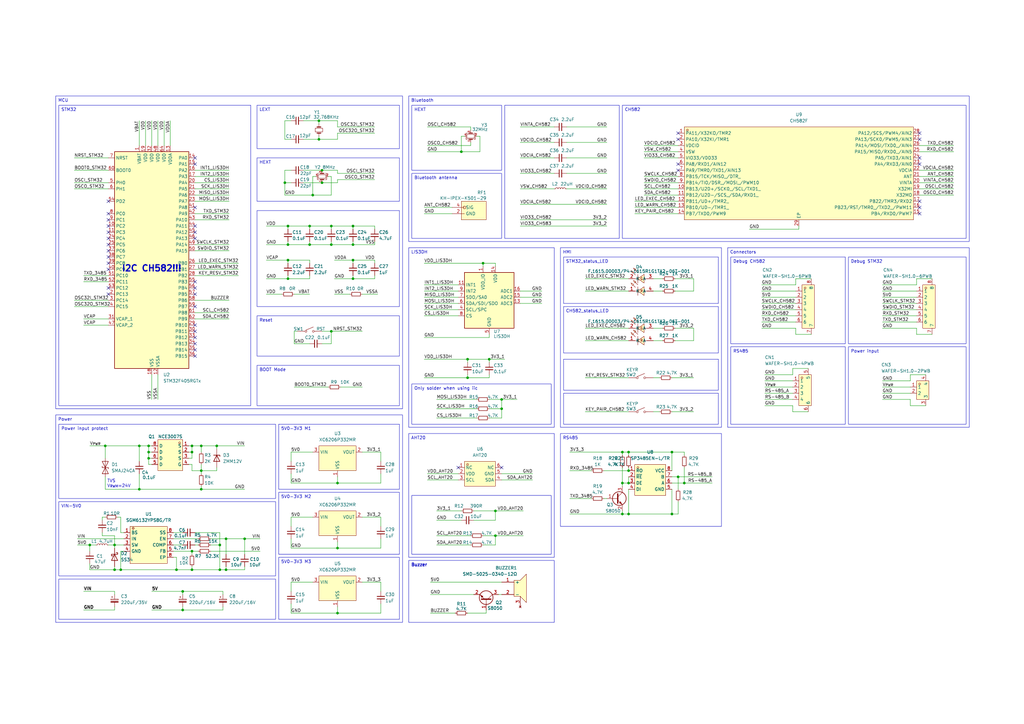
<source format=kicad_sch>
(kicad_sch
	(version 20231120)
	(generator "eeschema")
	(generator_version "8.0")
	(uuid "459b1290-9fd5-41db-8fde-f5488ef8e538")
	(paper "A3")
	(title_block
		(date "2024-03-08")
		(company "Northestern University at Qinhuangdao")
		(comment 1 "Author: Cao Wangrenbo")
		(comment 2 "E-mail: cao.wangrenbo@yandex.com")
	)
	
	(junction
		(at 60.96 182.88)
		(diameter 0)
		(color 0 0 0 0)
		(uuid "01014ebe-ccb5-43df-9077-80055e49eb61")
	)
	(junction
		(at 138.43 251.46)
		(diameter 0)
		(color 0 0 0 0)
		(uuid "0b73fbcf-1fd1-435b-aec1-738af00f0e12")
	)
	(junction
		(at 144.78 114.3)
		(diameter 0)
		(color 0 0 0 0)
		(uuid "0e005dde-ff9f-4907-8ed7-8438bc827dd3")
	)
	(junction
		(at 78.74 226.06)
		(diameter 0)
		(color 0 0 0 0)
		(uuid "1d7826ed-da86-473b-8a2a-e9ff2160e8ae")
	)
	(junction
		(at 78.74 182.88)
		(diameter 0)
		(color 0 0 0 0)
		(uuid "21e92e22-9ced-4cd0-ade0-6616be8f6249")
	)
	(junction
		(at 205.74 167.64)
		(diameter 0)
		(color 0 0 0 0)
		(uuid "34b43148-a1dc-47d8-8882-24710823ca41")
	)
	(junction
		(at 191.77 147.32)
		(diameter 0)
		(color 0 0 0 0)
		(uuid "370de8dd-9ae4-43a7-bdcd-49163055312e")
	)
	(junction
		(at 135.89 100.33)
		(diameter 0)
		(color 0 0 0 0)
		(uuid "39b5162b-9a71-4958-90c8-0ca0585b5c9e")
	)
	(junction
		(at 257.81 193.04)
		(diameter 0)
		(color 0 0 0 0)
		(uuid "3e32a662-c39a-4b4f-b8d5-01762e304e17")
	)
	(junction
		(at 278.13 195.58)
		(diameter 0)
		(color 0 0 0 0)
		(uuid "44639bf8-4361-4975-80a5-d20502d522b5")
	)
	(junction
		(at 118.11 106.68)
		(diameter 0)
		(color 0 0 0 0)
		(uuid "4535b617-398f-4fc6-a366-8f01ff05adf2")
	)
	(junction
		(at 127 100.33)
		(diameter 0)
		(color 0 0 0 0)
		(uuid "4b84eb04-616c-44c4-a4eb-cfeb5bd8562a")
	)
	(junction
		(at 78.74 233.68)
		(diameter 0)
		(color 0 0 0 0)
		(uuid "4c4bc9d5-de3a-41ba-8873-46ddd3e3274c")
	)
	(junction
		(at 138.43 198.12)
		(diameter 0)
		(color 0 0 0 0)
		(uuid "4dd4c235-7c3a-4480-ae3e-d8c8ab3c34be")
	)
	(junction
		(at 255.27 185.42)
		(diameter 0)
		(color 0 0 0 0)
		(uuid "51a31c88-b4f7-4fa4-b0f2-e9d2dcf4b8da")
	)
	(junction
		(at 74.93 242.57)
		(diameter 0)
		(color 0 0 0 0)
		(uuid "55649faa-0266-4ece-a8de-bad1b7b9a5f6")
	)
	(junction
		(at 82.55 200.66)
		(diameter 0)
		(color 0 0 0 0)
		(uuid "58c0698c-2689-4a26-8f9a-25f4d958fd29")
	)
	(junction
		(at 36.83 223.52)
		(diameter 0)
		(color 0 0 0 0)
		(uuid "63dcd0bb-b163-4ba5-a667-42deb7233f05")
	)
	(junction
		(at 132.08 74.93)
		(diameter 0)
		(color 0 0 0 0)
		(uuid "6d0c164e-471d-40e3-a38b-f0e0c9076ea9")
	)
	(junction
		(at 144.78 100.33)
		(diameter 0)
		(color 0 0 0 0)
		(uuid "6f490d4a-b601-458e-a029-88691b312b25")
	)
	(junction
		(at 132.08 69.85)
		(diameter 0)
		(color 0 0 0 0)
		(uuid "6f77989d-1bc5-466d-8302-7b44fb75fce2")
	)
	(junction
		(at 72.39 233.68)
		(diameter 0)
		(color 0 0 0 0)
		(uuid "70a38e8d-19d5-4189-8f33-57c1f1ef7d4d")
	)
	(junction
		(at 189.23 62.23)
		(diameter 0)
		(color 0 0 0 0)
		(uuid "7d863298-b08a-4801-8172-12d14e326416")
	)
	(junction
		(at 92.71 220.98)
		(diameter 0)
		(color 0 0 0 0)
		(uuid "7e55a015-bc75-42a2-a745-de46d19a17af")
	)
	(junction
		(at 255.27 198.12)
		(diameter 0)
		(color 0 0 0 0)
		(uuid "837b44bc-8382-4eb8-852d-f567434fee59")
	)
	(junction
		(at 205.74 163.83)
		(diameter 0)
		(color 0 0 0 0)
		(uuid "83c76c2d-bde6-4e8b-b75d-0c4a4e075bdc")
	)
	(junction
		(at 46.99 233.68)
		(diameter 0)
		(color 0 0 0 0)
		(uuid "844630f2-ef1c-404c-9f1d-72a64a8a73e7")
	)
	(junction
		(at 275.59 210.82)
		(diameter 0)
		(color 0 0 0 0)
		(uuid "849c1102-9d18-4af4-bc42-c5e54d77b5ad")
	)
	(junction
		(at 116.84 74.93)
		(diameter 0)
		(color 0 0 0 0)
		(uuid "85d36d56-1879-4d58-84c9-5927970e780f")
	)
	(junction
		(at 82.55 182.88)
		(diameter 0)
		(color 0 0 0 0)
		(uuid "86bb18cb-00f2-49c4-b32d-ae44d58f0dd2")
	)
	(junction
		(at 118.11 100.33)
		(diameter 0)
		(color 0 0 0 0)
		(uuid "8da590f5-7cb2-4aa0-bd48-8dd71573bdb6")
	)
	(junction
		(at 135.89 92.71)
		(diameter 0)
		(color 0 0 0 0)
		(uuid "8f94f68f-ffa7-4a27-82dc-d68675cfcac3")
	)
	(junction
		(at 118.11 92.71)
		(diameter 0)
		(color 0 0 0 0)
		(uuid "96e099f4-609a-4b0c-b269-6df0ca5d755c")
	)
	(junction
		(at 88.9 182.88)
		(diameter 0)
		(color 0 0 0 0)
		(uuid "9af1e921-b1f1-4d17-849d-fda050dc1424")
	)
	(junction
		(at 200.66 147.32)
		(diameter 0)
		(color 0 0 0 0)
		(uuid "9b655536-fdc9-4c42-a4e7-98e808de7c9a")
	)
	(junction
		(at 257.81 198.12)
		(diameter 0)
		(color 0 0 0 0)
		(uuid "9c3e1513-8580-485d-aa72-71b737a412c5")
	)
	(junction
		(at 57.15 182.88)
		(diameter 0)
		(color 0 0 0 0)
		(uuid "a5c83730-54b3-421b-bbb9-a0ee072e7afe")
	)
	(junction
		(at 127 92.71)
		(diameter 0)
		(color 0 0 0 0)
		(uuid "aa849d7c-f915-4864-a1dd-2213651b3985")
	)
	(junction
		(at 118.11 114.3)
		(diameter 0)
		(color 0 0 0 0)
		(uuid "ade284a0-fd9a-4779-b7ee-a0400ea34b38")
	)
	(junction
		(at 49.53 233.68)
		(diameter 0)
		(color 0 0 0 0)
		(uuid "aebb20ee-57c8-45df-b043-168f423337c4")
	)
	(junction
		(at 43.18 182.88)
		(diameter 0)
		(color 0 0 0 0)
		(uuid "af08d4b7-ca62-423f-8f18-ec1dc38788e5")
	)
	(junction
		(at 198.12 107.95)
		(diameter 0)
		(color 0 0 0 0)
		(uuid "af6386b9-dd8b-433b-a948-7b4f3a0a55a1")
	)
	(junction
		(at 130.81 57.15)
		(diameter 0)
		(color 0 0 0 0)
		(uuid "b17ace5b-f573-4a3c-a042-6333209917a2")
	)
	(junction
		(at 255.27 210.82)
		(diameter 0)
		(color 0 0 0 0)
		(uuid "b2bcf04d-b1ad-42b9-8b6a-c700967cec47")
	)
	(junction
		(at 203.2 219.71)
		(diameter 0)
		(color 0 0 0 0)
		(uuid "b7f4d7dc-93a5-48f1-83cd-15407db8ad8d")
	)
	(junction
		(at 128.27 80.01)
		(diameter 0)
		(color 0 0 0 0)
		(uuid "b950b7eb-d047-45c7-a91a-6b191694d4fc")
	)
	(junction
		(at 130.81 49.53)
		(diameter 0)
		(color 0 0 0 0)
		(uuid "bb0724de-cac9-4bbf-9616-78ca5ee5d7f7")
	)
	(junction
		(at 144.78 106.68)
		(diameter 0)
		(color 0 0 0 0)
		(uuid "bef0fdbd-be79-4edc-8599-ce93ebfdda3f")
	)
	(junction
		(at 100.33 220.98)
		(diameter 0)
		(color 0 0 0 0)
		(uuid "c4eb1386-1a4a-4e01-833d-198efa32fc00")
	)
	(junction
		(at 90.17 223.52)
		(diameter 0)
		(color 0 0 0 0)
		(uuid "c76db775-b31d-43b1-9f4b-702c57d44c40")
	)
	(junction
		(at 82.55 193.04)
		(diameter 0)
		(color 0 0 0 0)
		(uuid "c82de1ca-0c8b-4bfc-b706-092224e3fa70")
	)
	(junction
		(at 257.81 185.42)
		(diameter 0)
		(color 0 0 0 0)
		(uuid "c9622064-52db-47ee-a1d2-0c3a75036ad0")
	)
	(junction
		(at 280.67 198.12)
		(diameter 0)
		(color 0 0 0 0)
		(uuid "ccdb6e1d-18b6-4502-b7b3-29ef720d5a4a")
	)
	(junction
		(at 92.71 233.68)
		(diameter 0)
		(color 0 0 0 0)
		(uuid "cd6a9dad-60d0-49e8-be04-c22edf7141a7")
	)
	(junction
		(at 60.96 185.42)
		(diameter 0)
		(color 0 0 0 0)
		(uuid "cdcb25a6-d426-46d8-8f94-8d48fea3a073")
	)
	(junction
		(at 78.74 185.42)
		(diameter 0)
		(color 0 0 0 0)
		(uuid "d02c05d1-c83f-495a-a245-675379fdd362")
	)
	(junction
		(at 138.43 224.79)
		(diameter 0)
		(color 0 0 0 0)
		(uuid "d164b278-0390-4e58-b3be-a8dae4c6523c")
	)
	(junction
		(at 135.89 135.89)
		(diameter 0)
		(color 0 0 0 0)
		(uuid "d7e93c38-e2ed-4cdc-989d-c6d93d662abf")
	)
	(junction
		(at 191.77 154.94)
		(diameter 0)
		(color 0 0 0 0)
		(uuid "dc9707d0-2294-406b-b611-4ec613ead944")
	)
	(junction
		(at 257.81 210.82)
		(diameter 0)
		(color 0 0 0 0)
		(uuid "e2dc7fd8-bc6d-4763-bac6-a90e37d8f593")
	)
	(junction
		(at 74.93 250.19)
		(diameter 0)
		(color 0 0 0 0)
		(uuid "e5d01796-2d6b-4fcc-841e-d995a9636c2e")
	)
	(junction
		(at 275.59 185.42)
		(diameter 0)
		(color 0 0 0 0)
		(uuid "e6d8ec83-e239-4695-aaee-7692361b3347")
	)
	(junction
		(at 203.2 209.55)
		(diameter 0)
		(color 0 0 0 0)
		(uuid "e82cfd9f-ad9b-43f4-9a16-dbc97810174b")
	)
	(junction
		(at 46.99 223.52)
		(diameter 0)
		(color 0 0 0 0)
		(uuid "f6bd95fc-6d26-4df0-a62b-e95fe9c6a543")
	)
	(junction
		(at 57.15 200.66)
		(diameter 0)
		(color 0 0 0 0)
		(uuid "f6dbd4d0-afc8-4f3b-9b67-a8b6977a56cd")
	)
	(junction
		(at 60.96 187.96)
		(diameter 0)
		(color 0 0 0 0)
		(uuid "f8433e4b-3445-4383-8698-946b20ee2fd1")
	)
	(junction
		(at 90.17 233.68)
		(diameter 0)
		(color 0 0 0 0)
		(uuid "fc3c51b3-e7d5-400c-96c7-9adaffe799f8")
	)
	(junction
		(at 144.78 92.71)
		(diameter 0)
		(color 0 0 0 0)
		(uuid "fd4dafeb-37c4-4b96-a144-e89276267e72")
	)
	(no_connect
		(at 187.96 191.77)
		(uuid "00d2105e-4d49-41af-9367-d170d1dcad64")
	)
	(no_connect
		(at 80.01 138.43)
		(uuid "012ba512-d8c1-4282-a5db-280d37eb3ef6")
	)
	(no_connect
		(at 377.19 64.77)
		(uuid "0c1c690e-4dfd-4eaa-9fc3-fe63ee368eeb")
	)
	(no_connect
		(at 44.45 107.95)
		(uuid "1ce3c4f6-e2d6-4ff4-8cdd-f8b9bd4fd965")
	)
	(no_connect
		(at 44.45 82.55)
		(uuid "25a1c4e3-879d-4fba-a67f-26e7712670d7")
	)
	(no_connect
		(at 44.45 118.11)
		(uuid "37c0acc8-b52d-480e-85fc-e4ff28ed30cb")
	)
	(no_connect
		(at 80.01 67.31)
		(uuid "3ae9d26f-745c-4fd9-86bc-e3a5ac61761d")
	)
	(no_connect
		(at 44.45 105.41)
		(uuid "480b40c1-69cd-45e5-ad20-2e97acb49ecb")
	)
	(no_connect
		(at 44.45 120.65)
		(uuid "509b898d-686e-4971-86ff-7cade11f585d")
	)
	(no_connect
		(at 377.19 54.61)
		(uuid "5409a946-358a-41f7-9001-2a6dc0207287")
	)
	(no_connect
		(at 44.45 95.25)
		(uuid "544a79be-a64e-4d3c-826d-197a83b7017d")
	)
	(no_connect
		(at 44.45 102.87)
		(uuid "550dcbd1-6b49-4bdf-8e9e-341c53dc9aed")
	)
	(no_connect
		(at 44.45 87.63)
		(uuid "58ff6725-0d4d-499e-8b50-de887300da89")
	)
	(no_connect
		(at 80.01 133.35)
		(uuid "5a2cd943-ed0b-41fa-b811-8d7e0e1fdbdb")
	)
	(no_connect
		(at 80.01 115.57)
		(uuid "5ace6540-b4fc-402b-8ece-880711d2e654")
	)
	(no_connect
		(at 377.19 87.63)
		(uuid "5d057160-fadd-44d0-99ca-d1c547b7a1a0")
	)
	(no_connect
		(at 80.01 125.73)
		(uuid "665aca1e-19b9-45de-8c86-0f0e4a8c9c4b")
	)
	(no_connect
		(at 80.01 64.77)
		(uuid "6dd972eb-988a-41a4-8a7e-4ca1b2e82046")
	)
	(no_connect
		(at 80.01 120.65)
		(uuid "6e33c38a-ce78-48a8-8d10-d04e3bb384f5")
	)
	(no_connect
		(at 44.45 110.49)
		(uuid "6f5b85e6-c025-4e62-b558-3d1e3cf95645")
	)
	(no_connect
		(at 80.01 95.25)
		(uuid "7ae1623f-1f91-4c65-92df-dd731b3242e9")
	)
	(no_connect
		(at 80.01 85.09)
		(uuid "88cf8c77-a2fd-4098-a292-a59931dbf706")
	)
	(no_connect
		(at 80.01 140.97)
		(uuid "8950bf12-71f6-4754-8874-2cbb2bc1e4dc")
	)
	(no_connect
		(at 377.19 85.09)
		(uuid "8a0c3d9b-1cb3-4428-bb5c-155a15af13c8")
	)
	(no_connect
		(at 80.01 143.51)
		(uuid "946addbd-5c56-4c5a-b420-7b066d6eddde")
	)
	(no_connect
		(at 278.13 67.31)
		(uuid "94b2d84a-0474-4db7-8ccd-88d672fcdc07")
	)
	(no_connect
		(at 80.01 92.71)
		(uuid "96f87544-cfcd-414a-b057-b7c1f091f198")
	)
	(no_connect
		(at 278.13 57.15)
		(uuid "a193e346-9d4f-41c0-bf2b-c2e3f4c7f397")
	)
	(no_connect
		(at 278.13 54.61)
		(uuid "a28e9875-db9c-4379-8cd4-627eb3ef92a1")
	)
	(no_connect
		(at 44.45 97.79)
		(uuid "a57675a5-5137-4ac4-983a-9ec9cfd74910")
	)
	(no_connect
		(at 80.01 118.11)
		(uuid "a9540513-9378-4945-9ae3-56d1ee635c67")
	)
	(no_connect
		(at 377.19 67.31)
		(uuid "ae041dfe-ba19-4974-8131-d945367b838b")
	)
	(no_connect
		(at 44.45 90.17)
		(uuid "ba0076ad-e95a-4581-b311-5729e4a9fe55")
	)
	(no_connect
		(at 205.74 191.77)
		(uuid "c0b20eb4-701e-4fdd-b074-f74839404e97")
	)
	(no_connect
		(at 44.45 100.33)
		(uuid "c5572b00-9c3b-4dad-adfc-39672af0e23a")
	)
	(no_connect
		(at 80.01 146.05)
		(uuid "c5da96e3-469b-4241-8baf-6218d7e5ff4b")
	)
	(no_connect
		(at 44.45 92.71)
		(uuid "c905fdf1-fc2c-4920-a773-8ae6d2b43ed9")
	)
	(no_connect
		(at 377.19 57.15)
		(uuid "ce0fa3fb-4b24-4fe3-a173-52cad1b56239")
	)
	(no_connect
		(at 377.19 82.55)
		(uuid "d80d25b0-28d8-4bfd-879c-a5eae4449a32")
	)
	(no_connect
		(at 278.13 69.85)
		(uuid "e0d9f3d6-e84c-4a63-b1b9-4a6870bae47d")
	)
	(no_connect
		(at 80.01 135.89)
		(uuid "e1f04013-2dd1-4d21-946c-7f0b68786492")
	)
	(no_connect
		(at 80.01 97.79)
		(uuid "ff622240-0fad-4bce-b819-40e783063c93")
	)
	(wire
		(pts
			(xy 34.29 250.19) (xy 46.99 250.19)
		)
		(stroke
			(width 0)
			(type default)
		)
		(uuid "00461672-af84-4d1c-af5d-86023c90c70b")
	)
	(wire
		(pts
			(xy 312.42 124.46) (xy 326.39 124.46)
		)
		(stroke
			(width 0)
			(type default)
		)
		(uuid "00550c02-61ca-4a04-b3b5-8eb4d6bff28c")
	)
	(wire
		(pts
			(xy 134.62 72.39) (xy 135.89 72.39)
		)
		(stroke
			(width 0)
			(type default)
		)
		(uuid "00f1af26-0e72-403b-abc6-93680dfc66bb")
	)
	(wire
		(pts
			(xy 62.23 250.19) (xy 74.93 250.19)
		)
		(stroke
			(width 0)
			(type default)
		)
		(uuid "01b271bf-e7f1-483e-9795-8df055c81502")
	)
	(wire
		(pts
			(xy 173.99 124.46) (xy 187.96 124.46)
		)
		(stroke
			(width 0)
			(type default)
		)
		(uuid "02ab450a-b3d3-46e7-bd97-d1ff3e12d294")
	)
	(wire
		(pts
			(xy 275.59 200.66) (xy 275.59 210.82)
		)
		(stroke
			(width 0)
			(type default)
		)
		(uuid "03a5d233-9c73-425b-9af5-e1bb1fce24ae")
	)
	(wire
		(pts
			(xy 326.39 116.84) (xy 326.39 114.3)
		)
		(stroke
			(width 0)
			(type default)
		)
		(uuid "03b610c9-58b7-4628-82ad-0c4e9e191616")
	)
	(wire
		(pts
			(xy 127 100.33) (xy 135.89 100.33)
		)
		(stroke
			(width 0)
			(type default)
		)
		(uuid "0484fbf2-bcf0-4072-8200-bdda27e31fe4")
	)
	(wire
		(pts
			(xy 191.77 251.46) (xy 199.39 251.46)
		)
		(stroke
			(width 0)
			(type default)
		)
		(uuid "04855300-c823-4fdd-ba7d-e88320567be1")
	)
	(wire
		(pts
			(xy 275.59 168.91) (xy 284.48 168.91)
		)
		(stroke
			(width 0)
			(type default)
		)
		(uuid "055dd24f-b89a-4d02-a90c-a091bc22f2a9")
	)
	(wire
		(pts
			(xy 313.69 156.21) (xy 325.12 156.21)
		)
		(stroke
			(width 0)
			(type default)
		)
		(uuid "064ea3ea-36e7-4177-ac29-54ffdbcb8d11")
	)
	(wire
		(pts
			(xy 179.07 223.52) (xy 193.04 223.52)
		)
		(stroke
			(width 0)
			(type default)
		)
		(uuid "072b445d-e7a9-4121-8688-d1159f0b3e2b")
	)
	(wire
		(pts
			(xy 135.89 135.89) (xy 148.59 135.89)
		)
		(stroke
			(width 0)
			(type default)
		)
		(uuid "0786c366-152a-4944-8f8a-3296c025f864")
	)
	(wire
		(pts
			(xy 135.89 140.97) (xy 132.08 140.97)
		)
		(stroke
			(width 0)
			(type default)
		)
		(uuid "07d23a6d-8673-49bb-8a7e-a9674aa10fef")
	)
	(wire
		(pts
			(xy 100.33 232.41) (xy 100.33 233.68)
		)
		(stroke
			(width 0)
			(type default)
		)
		(uuid "07f7435b-d22d-47ca-bfc8-97ff25eed90d")
	)
	(wire
		(pts
			(xy 213.36 52.07) (xy 227.33 52.07)
		)
		(stroke
			(width 0)
			(type default)
		)
		(uuid "084a9e88-2be6-43cf-b4f9-6b0b2bbf8b8f")
	)
	(wire
		(pts
			(xy 173.99 129.54) (xy 187.96 129.54)
		)
		(stroke
			(width 0)
			(type default)
		)
		(uuid "08a83efd-4b57-4995-8ac8-8461b539a7bb")
	)
	(wire
		(pts
			(xy 62.23 190.5) (xy 60.96 190.5)
		)
		(stroke
			(width 0)
			(type default)
		)
		(uuid "09fc3219-2eeb-401f-80f1-e8d2cc2498b0")
	)
	(wire
		(pts
			(xy 46.99 223.52) (xy 50.8 223.52)
		)
		(stroke
			(width 0)
			(type default)
		)
		(uuid "0a9886d5-44d1-4f47-83ed-f1a76100c1f2")
	)
	(wire
		(pts
			(xy 119.38 238.76) (xy 119.38 242.57)
		)
		(stroke
			(width 0)
			(type default)
		)
		(uuid "0b22af78-9ce0-471c-88f8-4db87015ed31")
	)
	(wire
		(pts
			(xy 331.47 151.13) (xy 325.12 151.13)
		)
		(stroke
			(width 0)
			(type default)
		)
		(uuid "0b3035ac-1d89-41b9-b624-f32bc4906bcf")
	)
	(wire
		(pts
			(xy 278.13 210.82) (xy 278.13 205.74)
		)
		(stroke
			(width 0)
			(type default)
		)
		(uuid "0b75683f-0afb-4f23-a797-ad1e48298079")
	)
	(wire
		(pts
			(xy 71.12 218.44) (xy 74.93 218.44)
		)
		(stroke
			(width 0)
			(type default)
		)
		(uuid "0bcf7984-01a1-4b9d-a862-473ca97bcd34")
	)
	(wire
		(pts
			(xy 377.19 77.47) (xy 391.16 77.47)
		)
		(stroke
			(width 0)
			(type default)
		)
		(uuid "0ca1dbe1-4fef-4d29-a8e9-7de5451b6a55")
	)
	(wire
		(pts
			(xy 135.89 72.39) (xy 135.89 80.01)
		)
		(stroke
			(width 0)
			(type default)
		)
		(uuid "0e16ff1c-0cfb-4863-9736-dd4431085f4f")
	)
	(wire
		(pts
			(xy 41.91 218.44) (xy 41.91 219.71)
		)
		(stroke
			(width 0)
			(type default)
		)
		(uuid "0e37fe64-ef14-4137-9dab-b7e14a3bdce5")
	)
	(wire
		(pts
			(xy 203.2 219.71) (xy 203.2 223.52)
		)
		(stroke
			(width 0)
			(type default)
		)
		(uuid "0e515fe5-6706-40cf-a957-964287af5f45")
	)
	(wire
		(pts
			(xy 138.43 49.53) (xy 138.43 52.07)
		)
		(stroke
			(width 0)
			(type default)
		)
		(uuid "0e9f89a6-21a6-4d75-bcb6-35e06e9c499d")
	)
	(wire
		(pts
			(xy 78.74 182.88) (xy 78.74 185.42)
		)
		(stroke
			(width 0)
			(type default)
		)
		(uuid "0eec6dc1-d604-4a9b-9de5-2817d3bfdc83")
	)
	(wire
		(pts
			(xy 118.11 113.03) (xy 118.11 114.3)
		)
		(stroke
			(width 0)
			(type default)
		)
		(uuid "0f671cb3-dff6-4ee2-803a-fec417002cf0")
	)
	(wire
		(pts
			(xy 82.55 182.88) (xy 88.9 182.88)
		)
		(stroke
			(width 0)
			(type default)
		)
		(uuid "0fb8a8b4-c18d-41fc-93c4-19ad185f68cd")
	)
	(wire
		(pts
			(xy 373.38 166.37) (xy 379.73 166.37)
		)
		(stroke
			(width 0)
			(type default)
		)
		(uuid "1079555a-8f46-4382-871e-61daaa830d56")
	)
	(wire
		(pts
			(xy 90.17 233.68) (xy 78.74 233.68)
		)
		(stroke
			(width 0)
			(type default)
		)
		(uuid "10bcd125-58ff-4f10-95e0-b67820292b2d")
	)
	(wire
		(pts
			(xy 43.18 200.66) (xy 57.15 200.66)
		)
		(stroke
			(width 0)
			(type default)
		)
		(uuid "1121f14f-5bab-442c-9435-600166d6223d")
	)
	(wire
		(pts
			(xy 78.74 190.5) (xy 77.47 190.5)
		)
		(stroke
			(width 0)
			(type default)
		)
		(uuid "115967ea-778e-4fe8-b143-d72308071c5a")
	)
	(wire
		(pts
			(xy 375.92 137.16) (xy 382.27 137.16)
		)
		(stroke
			(width 0)
			(type default)
		)
		(uuid "13052378-926b-489f-a94a-72eff59f93bc")
	)
	(wire
		(pts
			(xy 30.48 77.47) (xy 44.45 77.47)
		)
		(stroke
			(width 0)
			(type default)
		)
		(uuid "13532392-73c7-4b5b-aed7-fafd07ef6360")
	)
	(wire
		(pts
			(xy 127 113.03) (xy 127 114.3)
		)
		(stroke
			(width 0)
			(type default)
		)
		(uuid "1362af6f-6c3e-4f84-831b-34e8e23edc4d")
	)
	(wire
		(pts
			(xy 109.22 100.33) (xy 118.11 100.33)
		)
		(stroke
			(width 0)
			(type default)
		)
		(uuid "152c5b4b-6a43-425f-b647-735043d724a7")
	)
	(wire
		(pts
			(xy 267.97 134.62) (xy 271.78 134.62)
		)
		(stroke
			(width 0)
			(type default)
		)
		(uuid "15c8dafa-9927-4e15-b2fb-5955be4c771d")
	)
	(wire
		(pts
			(xy 44.45 223.52) (xy 46.99 223.52)
		)
		(stroke
			(width 0)
			(type default)
		)
		(uuid "1618a7ec-57b9-4ff8-ba8a-bc3db95bcd55")
	)
	(wire
		(pts
			(xy 233.68 210.82) (xy 255.27 210.82)
		)
		(stroke
			(width 0)
			(type default)
		)
		(uuid "169aa3b3-818f-4876-bb38-e118c29489ac")
	)
	(wire
		(pts
			(xy 36.83 231.14) (xy 36.83 233.68)
		)
		(stroke
			(width 0)
			(type default)
		)
		(uuid "169e4a36-2b4d-4dd9-b6e0-b10ffda8beb9")
	)
	(wire
		(pts
			(xy 205.74 194.31) (xy 218.44 194.31)
		)
		(stroke
			(width 0)
			(type default)
		)
		(uuid "16dee0af-a254-4a1d-986f-ec5cac17a6d2")
	)
	(wire
		(pts
			(xy 276.86 114.3) (xy 284.48 114.3)
		)
		(stroke
			(width 0)
			(type default)
		)
		(uuid "1706a771-f57f-4ebe-9676-8ca7c76c73fc")
	)
	(wire
		(pts
			(xy 138.43 195.58) (xy 138.43 198.12)
		)
		(stroke
			(width 0)
			(type default)
		)
		(uuid "189a91bb-0815-48a4-9584-bd1b791cf3f7")
	)
	(wire
		(pts
			(xy 232.41 64.77) (xy 248.92 64.77)
		)
		(stroke
			(width 0)
			(type default)
		)
		(uuid "18bb3698-4649-4018-9025-5a4f340ec707")
	)
	(wire
		(pts
			(xy 198.12 109.22) (xy 198.12 107.95)
		)
		(stroke
			(width 0)
			(type default)
		)
		(uuid "195e54c4-95fb-4c42-9723-6da1bbe38a81")
	)
	(wire
		(pts
			(xy 275.59 185.42) (xy 275.59 193.04)
		)
		(stroke
			(width 0)
			(type default)
		)
		(uuid "1c2195cd-c2ba-4189-bf27-5eea238adc9f")
	)
	(wire
		(pts
			(xy 30.48 64.77) (xy 44.45 64.77)
		)
		(stroke
			(width 0)
			(type default)
		)
		(uuid "1c62e0af-4bcc-4185-b566-0e0c0a010e40")
	)
	(wire
		(pts
			(xy 156.21 215.9) (xy 156.21 212.09)
		)
		(stroke
			(width 0)
			(type default)
		)
		(uuid "1d7ab3e6-d3a9-484b-8109-bb4eea92f2d7")
	)
	(wire
		(pts
			(xy 78.74 185.42) (xy 78.74 187.96)
		)
		(stroke
			(width 0)
			(type default)
		)
		(uuid "1dedc4dc-f164-4ccf-bf7b-c39c19c0f072")
	)
	(wire
		(pts
			(xy 240.03 114.3) (xy 257.81 114.3)
		)
		(stroke
			(width 0)
			(type default)
		)
		(uuid "1f0b6ea3-ecf9-4d35-998f-d4c77f7adc00")
	)
	(wire
		(pts
			(xy 173.99 138.43) (xy 200.66 138.43)
		)
		(stroke
			(width 0)
			(type default)
		)
		(uuid "1f63b63a-bee1-4851-b36a-bfdf2bba8093")
	)
	(wire
		(pts
			(xy 46.99 223.52) (xy 46.99 224.79)
		)
		(stroke
			(width 0)
			(type default)
		)
		(uuid "1f7c82ec-e136-4bdc-aeb5-178cba0689dd")
	)
	(wire
		(pts
			(xy 80.01 90.17) (xy 93.98 90.17)
		)
		(stroke
			(width 0)
			(type default)
		)
		(uuid "20f8d935-f85b-4bdc-a3bd-f29c9b584987")
	)
	(wire
		(pts
			(xy 90.17 223.52) (xy 90.17 233.68)
		)
		(stroke
			(width 0)
			(type default)
		)
		(uuid "21a77fa4-da72-4c0d-b78b-c4532dae7d68")
	)
	(wire
		(pts
			(xy 278.13 195.58) (xy 278.13 200.66)
		)
		(stroke
			(width 0)
			(type default)
		)
		(uuid "22ad6289-0de5-4250-945a-b56ae025918f")
	)
	(wire
		(pts
			(xy 213.36 83.82) (xy 248.92 83.82)
		)
		(stroke
			(width 0)
			(type default)
		)
		(uuid "240f8b1a-c2ad-49e7-b4ac-ab48c976909f")
	)
	(wire
		(pts
			(xy 312.42 119.38) (xy 326.39 119.38)
		)
		(stroke
			(width 0)
			(type default)
		)
		(uuid "24944333-6444-4762-8511-1e12c8194039")
	)
	(wire
		(pts
			(xy 255.27 185.42) (xy 257.81 185.42)
		)
		(stroke
			(width 0)
			(type default)
		)
		(uuid "249840c0-effb-44dd-8e90-22def6dd5a11")
	)
	(wire
		(pts
			(xy 198.12 223.52) (xy 203.2 223.52)
		)
		(stroke
			(width 0)
			(type default)
		)
		(uuid "24a9b414-394c-4437-9e1d-581f06aedf6e")
	)
	(wire
		(pts
			(xy 276.86 134.62) (xy 284.48 134.62)
		)
		(stroke
			(width 0)
			(type default)
		)
		(uuid "24ea5f51-a908-40a4-b7d2-863aa5861920")
	)
	(wire
		(pts
			(xy 137.16 114.3) (xy 144.78 114.3)
		)
		(stroke
			(width 0)
			(type default)
		)
		(uuid "251c6bf7-f937-4750-8a68-3b3c9f9d6077")
	)
	(wire
		(pts
			(xy 264.16 59.69) (xy 278.13 59.69)
		)
		(stroke
			(width 0)
			(type default)
		)
		(uuid "268e1f38-a4a8-46f6-a03b-e594cabe08d7")
	)
	(wire
		(pts
			(xy 138.43 57.15) (xy 138.43 54.61)
		)
		(stroke
			(width 0)
			(type default)
		)
		(uuid "26db1f30-cb69-48b2-ab66-77d8e060f7c7")
	)
	(wire
		(pts
			(xy 91.44 248.92) (xy 91.44 250.19)
		)
		(stroke
			(width 0)
			(type default)
		)
		(uuid "27ede8f0-61df-4b4f-be0b-e27c379ada30")
	)
	(wire
		(pts
			(xy 156.21 238.76) (xy 148.59 238.76)
		)
		(stroke
			(width 0)
			(type default)
		)
		(uuid "2869caaf-b17b-4fc6-9fdc-1a9bcce7f523")
	)
	(wire
		(pts
			(xy 128.27 72.39) (xy 128.27 80.01)
		)
		(stroke
			(width 0)
			(type default)
		)
		(uuid "28b2442e-7491-4e93-b6b5-c4289c2db839")
	)
	(wire
		(pts
			(xy 280.67 191.77) (xy 280.67 198.12)
		)
		(stroke
			(width 0)
			(type default)
		)
		(uuid "298426cf-786b-48ef-80a1-5e5c9d51219a")
	)
	(wire
		(pts
			(xy 375.92 114.3) (xy 382.27 114.3)
		)
		(stroke
			(width 0)
			(type default)
		)
		(uuid "2a2c7419-8c73-4117-90b3-0ee0609d3589")
	)
	(wire
		(pts
			(xy 138.43 198.12) (xy 156.21 198.12)
		)
		(stroke
			(width 0)
			(type default)
		)
		(uuid "2b640cdc-29b5-4ccb-9830-cd6cd28b0267")
	)
	(wire
		(pts
			(xy 377.19 59.69) (xy 391.16 59.69)
		)
		(stroke
			(width 0)
			(type default)
		)
		(uuid "2bbb1be9-fa08-4cd6-af54-03935df7fe22")
	)
	(wire
		(pts
			(xy 43.18 182.88) (xy 43.18 187.96)
		)
		(stroke
			(width 0)
			(type default)
		)
		(uuid "2c2d16f4-65c6-4c69-b26c-79fa242a1946")
	)
	(wire
		(pts
			(xy 313.69 163.83) (xy 325.12 163.83)
		)
		(stroke
			(width 0)
			(type default)
		)
		(uuid "2cb68710-c27d-491f-b6f7-40b839816a72")
	)
	(wire
		(pts
			(xy 130.81 49.53) (xy 130.81 50.8)
		)
		(stroke
			(width 0)
			(type default)
		)
		(uuid "2dac9f35-6c55-4368-9c1e-fe43a021ae37")
	)
	(wire
		(pts
			(xy 82.55 193.04) (xy 88.9 193.04)
		)
		(stroke
			(width 0)
			(type default)
		)
		(uuid "2df51cb7-03ed-47f9-8b76-5878ee0f44ff")
	)
	(wire
		(pts
			(xy 200.66 163.83) (xy 205.74 163.83)
		)
		(stroke
			(width 0)
			(type default)
		)
		(uuid "2e8ca3d5-0315-4cb4-ad96-6ef1af95713a")
	)
	(wire
		(pts
			(xy 191.77 153.67) (xy 191.77 154.94)
		)
		(stroke
			(width 0)
			(type default)
		)
		(uuid "2eeb1536-dce8-48a7-8785-1fda9c9a833a")
	)
	(wire
		(pts
			(xy 156.21 212.09) (xy 148.59 212.09)
		)
		(stroke
			(width 0)
			(type default)
		)
		(uuid "2ef2d101-0a77-4c81-ae32-1954557235c0")
	)
	(wire
		(pts
			(xy 82.55 200.66) (xy 82.55 199.39)
		)
		(stroke
			(width 0)
			(type default)
		)
		(uuid "2f5fb2d2-ae49-4b74-bcdf-d57b57e8ed61")
	)
	(wire
		(pts
			(xy 124.46 49.53) (xy 130.81 49.53)
		)
		(stroke
			(width 0)
			(type default)
		)
		(uuid "2fa43595-abcb-4152-bf5c-c96aaf997b8c")
	)
	(wire
		(pts
			(xy 275.59 154.94) (xy 284.48 154.94)
		)
		(stroke
			(width 0)
			(type default)
		)
		(uuid "312d062f-6035-4636-8f22-23550583b3f0")
	)
	(wire
		(pts
			(xy 135.89 140.97) (xy 135.89 135.89)
		)
		(stroke
			(width 0)
			(type default)
		)
		(uuid "317ba694-72dc-417b-bb24-d392a4a5ab41")
	)
	(wire
		(pts
			(xy 118.11 114.3) (xy 127 114.3)
		)
		(stroke
			(width 0)
			(type default)
		)
		(uuid "320ffd26-eb21-4cb0-b6bf-cfb1de62359d")
	)
	(wire
		(pts
			(xy 124.46 69.85) (xy 132.08 69.85)
		)
		(stroke
			(width 0)
			(type default)
		)
		(uuid "33271ec9-c6a4-41d6-86af-01a5b38556f4")
	)
	(wire
		(pts
			(xy 267.97 139.7) (xy 271.78 139.7)
		)
		(stroke
			(width 0)
			(type default)
		)
		(uuid "34aaec8c-3aa3-4807-bd88-93bbea013cc4")
	)
	(wire
		(pts
			(xy 109.22 106.68) (xy 118.11 106.68)
		)
		(stroke
			(width 0)
			(type default)
		)
		(uuid "34ab7eed-d0a4-4f00-befb-8cbe37866175")
	)
	(wire
		(pts
			(xy 144.78 106.68) (xy 153.67 106.68)
		)
		(stroke
			(width 0)
			(type default)
		)
		(uuid "35ccb3a7-4bee-4be0-9e56-0445d26c3d58")
	)
	(wire
		(pts
			(xy 247.65 204.47) (xy 248.92 204.47)
		)
		(stroke
			(width 0)
			(type default)
		)
		(uuid "36514f3e-d74e-4404-b3b6-8e4656987ed1")
	)
	(wire
		(pts
			(xy 193.04 58.42) (xy 193.04 59.69)
		)
		(stroke
			(width 0)
			(type default)
		)
		(uuid "36cd9401-239b-4443-a460-a2d5b7a0d0f7")
	)
	(wire
		(pts
			(xy 82.55 190.5) (xy 82.55 193.04)
		)
		(stroke
			(width 0)
			(type default)
		)
		(uuid "37759fcf-0185-435a-8355-9007917f167e")
	)
	(wire
		(pts
			(xy 130.81 57.15) (xy 130.81 55.88)
		)
		(stroke
			(width 0)
			(type default)
		)
		(uuid "3786064b-46c8-424a-a011-80f6b6d6ae7e")
	)
	(wire
		(pts
			(xy 92.71 233.68) (xy 90.17 233.68)
		)
		(stroke
			(width 0)
			(type default)
		)
		(uuid "38808eab-aa3f-4486-90eb-ff4a93685573")
	)
	(wire
		(pts
			(xy 49.53 233.68) (xy 72.39 233.68)
		)
		(stroke
			(width 0)
			(type default)
		)
		(uuid "38e7a143-dd25-4709-952b-5afba35f52df")
	)
	(wire
		(pts
			(xy 240.03 154.94) (xy 257.81 154.94)
		)
		(stroke
			(width 0)
			(type default)
		)
		(uuid "3902d48c-0eb8-4b26-9234-d794319e2419")
	)
	(wire
		(pts
			(xy 34.29 113.03) (xy 44.45 113.03)
		)
		(stroke
			(width 0)
			(type default)
		)
		(uuid "39ba31d5-bc4e-47f6-bbbd-45370be68533")
	)
	(wire
		(pts
			(xy 156.21 189.23) (xy 156.21 185.42)
		)
		(stroke
			(width 0)
			(type default)
		)
		(uuid "3a5983b7-55f2-47cf-8434-f18778a835ea")
	)
	(wire
		(pts
			(xy 267.97 114.3) (xy 271.78 114.3)
		)
		(stroke
			(width 0)
			(type default)
		)
		(uuid "3ad3004d-b502-4ffc-9485-57eda4795fa3")
	)
	(wire
		(pts
			(xy 264.16 62.23) (xy 278.13 62.23)
		)
		(stroke
			(width 0)
			(type default)
		)
		(uuid "3e8790f0-0384-4933-873f-57104c0c8acd")
	)
	(wire
		(pts
			(xy 144.78 113.03) (xy 144.78 114.3)
		)
		(stroke
			(width 0)
			(type default)
		)
		(uuid "3f3071f6-e77b-4439-a997-227a7a0369cf")
	)
	(wire
		(pts
			(xy 144.78 100.33) (xy 153.67 100.33)
		)
		(stroke
			(width 0)
			(type default)
		)
		(uuid "40703b37-7a61-4776-b3a0-f3e3194f8f6e")
	)
	(wire
		(pts
			(xy 331.47 168.91) (xy 325.12 168.91)
		)
		(stroke
			(width 0)
			(type default)
		)
		(uuid "4077f797-e435-48dc-87b4-4b1206434b69")
	)
	(wire
		(pts
			(xy 57.15 182.88) (xy 57.15 189.23)
		)
		(stroke
			(width 0)
			(type default)
		)
		(uuid "40bf70c9-d942-4e9a-8463-7fd1c4ed1af2")
	)
	(wire
		(pts
			(xy 139.7 158.75) (xy 148.59 158.75)
		)
		(stroke
			(width 0)
			(type default)
		)
		(uuid "40f8d0fb-2710-4ca8-ae40-514139dc574e")
	)
	(wire
		(pts
			(xy 36.83 223.52) (xy 36.83 226.06)
		)
		(stroke
			(width 0)
			(type default)
		)
		(uuid "4111aaa8-4397-4825-8b56-924173a6ca4f")
	)
	(wire
		(pts
			(xy 109.22 120.65) (xy 115.57 120.65)
		)
		(stroke
			(width 0)
			(type default)
		)
		(uuid "42ecde43-bd64-491a-988c-dafd0ec0e521")
	)
	(wire
		(pts
			(xy 127 99.06) (xy 127 100.33)
		)
		(stroke
			(width 0)
			(type default)
		)
		(uuid "4467ae9a-3bf4-4aef-8305-060561cfd12f")
	)
	(wire
		(pts
			(xy 175.26 194.31) (xy 187.96 194.31)
		)
		(stroke
			(width 0)
			(type default)
		)
		(uuid "44921a60-1685-437f-8263-135d118307bf")
	)
	(wire
		(pts
			(xy 156.21 198.12) (xy 156.21 194.31)
		)
		(stroke
			(width 0)
			(type default)
		)
		(uuid "44d38419-4031-4e58-8da9-e78576221681")
	)
	(wire
		(pts
			(xy 119.38 212.09) (xy 128.27 212.09)
		)
		(stroke
			(width 0)
			(type default)
		)
		(uuid "46bf85c9-23e4-46a7-8fe0-357437dac33b")
	)
	(wire
		(pts
			(xy 193.04 53.34) (xy 193.04 52.07)
		)
		(stroke
			(width 0)
			(type default)
		)
		(uuid "4846b85b-648b-46a5-8a0d-51f7a6a3a4d5")
	)
	(wire
		(pts
			(xy 118.11 99.06) (xy 118.11 100.33)
		)
		(stroke
			(width 0)
			(type default)
		)
		(uuid "484d109e-3804-47bc-8261-d442f4e332ae")
	)
	(wire
		(pts
			(xy 173.99 119.38) (xy 187.96 119.38)
		)
		(stroke
			(width 0)
			(type default)
		)
		(uuid "4967c0d0-cac6-424a-85fb-d2b20acc1811")
	)
	(wire
		(pts
			(xy 326.39 134.62) (xy 326.39 137.16)
		)
		(stroke
			(width 0)
			(type default)
		)
		(uuid "4a656188-7832-474d-b301-fd0ec718ed13")
	)
	(wire
		(pts
			(xy 120.65 135.89) (xy 121.92 135.89)
		)
		(stroke
			(width 0)
			(type default)
		)
		(uuid "4b6864aa-745a-4aba-9165-f7e717b174a5")
	)
	(wire
		(pts
			(xy 190.5 55.88) (xy 189.23 55.88)
		)
		(stroke
			(width 0)
			(type default)
		)
		(uuid "4c57ba64-af68-4774-97c2-4a38d6c503c9")
	)
	(wire
		(pts
			(xy 257.81 191.77) (xy 257.81 193.04)
		)
		(stroke
			(width 0)
			(type default)
		)
		(uuid "4e0f0f06-2988-44a3-91d0-9011b43a407f")
	)
	(wire
		(pts
			(xy 232.41 77.47) (xy 248.92 77.47)
		)
		(stroke
			(width 0)
			(type default)
		)
		(uuid "4e2f892e-135b-4cfe-a834-c8b82adcead1")
	)
	(wire
		(pts
			(xy 49.53 218.44) (xy 50.8 218.44)
		)
		(stroke
			(width 0)
			(type default)
		)
		(uuid "4eb9ab7d-c1c1-47f7-8552-eea0fe9799e4")
	)
	(wire
		(pts
			(xy 361.95 127) (xy 375.92 127)
		)
		(stroke
			(width 0)
			(type default)
		)
		(uuid "503c5d0a-8bd1-4253-a858-32c0605c3d22")
	)
	(wire
		(pts
			(xy 173.99 87.63) (xy 185.42 87.63)
		)
		(stroke
			(width 0)
			(type default)
		)
		(uuid "505c53f1-2bd7-470d-b2fd-d8aff453ff06")
	)
	(wire
		(pts
			(xy 92.71 220.98) (xy 92.71 227.33)
		)
		(stroke
			(width 0)
			(type default)
		)
		(uuid "509496f5-eb05-4f86-b7a4-fc8a7a9df316")
	)
	(wire
		(pts
			(xy 233.68 193.04) (xy 242.57 193.04)
		)
		(stroke
			(width 0)
			(type default)
		)
		(uuid "50d459ba-56c8-4b1d-91be-9e1ff4eb877c")
	)
	(wire
		(pts
			(xy 124.46 57.15) (xy 130.81 57.15)
		)
		(stroke
			(width 0)
			(type default)
		)
		(uuid "5292468f-695a-4384-bac3-963b40ddd89b")
	)
	(wire
		(pts
			(xy 64.77 59.69) (xy 64.77 49.53)
		)
		(stroke
			(width 0)
			(type default)
		)
		(uuid "52b8397d-c01b-4b83-8c00-1589731edbcf")
	)
	(wire
		(pts
			(xy 233.68 185.42) (xy 255.27 185.42)
		)
		(stroke
			(width 0)
			(type default)
		)
		(uuid "54b42209-d203-4fc7-8ec3-dd2fa57f249f")
	)
	(wire
		(pts
			(xy 191.77 154.94) (xy 200.66 154.94)
		)
		(stroke
			(width 0)
			(type default)
		)
		(uuid "54e01113-d876-4ccf-ab5a-50640b43da93")
	)
	(wire
		(pts
			(xy 361.95 163.83) (xy 373.38 163.83)
		)
		(stroke
			(width 0)
			(type default)
		)
		(uuid "55008ed1-4c6d-428a-8b16-a5fd0e8a2619")
	)
	(wire
		(pts
			(xy 144.78 114.3) (xy 153.67 114.3)
		)
		(stroke
			(width 0)
			(type default)
		)
		(uuid "5530473d-facc-464b-9f3e-013f8b979eb2")
	)
	(wire
		(pts
			(xy 74.93 248.92) (xy 74.93 250.19)
		)
		(stroke
			(width 0)
			(type default)
		)
		(uuid "5568801b-0f39-4f24-975f-6add37a1ebd1")
	)
	(wire
		(pts
			(xy 74.93 242.57) (xy 91.44 242.57)
		)
		(stroke
			(width 0)
			(type default)
		)
		(uuid "573fd8f2-894f-46de-a54d-6f3d3905d33d")
	)
	(wire
		(pts
			(xy 205.74 171.45) (xy 205.74 167.64)
		)
		(stroke
			(width 0)
			(type default)
		)
		(uuid "576185e7-9a91-40ab-8fc0-8734b0b74563")
	)
	(wire
		(pts
			(xy 189.23 62.23) (xy 196.85 62.23)
		)
		(stroke
			(width 0)
			(type default)
		)
		(uuid "57c31739-c423-4348-b09a-37981db8f570")
	)
	(wire
		(pts
			(xy 191.77 147.32) (xy 200.66 147.32)
		)
		(stroke
			(width 0)
			(type default)
		)
		(uuid "57e4b124-89f4-42f3-93ca-80097f92a4bb")
	)
	(wire
		(pts
			(xy 275.59 195.58) (xy 278.13 195.58)
		)
		(stroke
			(width 0)
			(type default)
		)
		(uuid "59804343-14f4-46a4-b821-d4ef53e2a93e")
	)
	(wire
		(pts
			(xy 257.81 200.66) (xy 257.81 210.82)
		)
		(stroke
			(width 0)
			(type default)
		)
		(uuid "598a16bd-0db4-4d39-a2a3-97989169d729")
	)
	(wire
		(pts
			(xy 280.67 198.12) (xy 292.1 198.12)
		)
		(stroke
			(width 0)
			(type default)
		)
		(uuid "59d4f4cf-2888-436f-b915-0425601cd6d6")
	)
	(wire
		(pts
			(xy 78.74 190.5) (xy 78.74 193.04)
		)
		(stroke
			(width 0)
			(type default)
		)
		(uuid "5a80cd09-fea3-47d9-8daa-7a774539bf84")
	)
	(wire
		(pts
			(xy 312.42 129.54) (xy 326.39 129.54)
		)
		(stroke
			(width 0)
			(type default)
		)
		(uuid "5bef1193-c405-471b-baa8-0a84456d5409")
	)
	(wire
		(pts
			(xy 138.43 224.79) (xy 156.21 224.79)
		)
		(stroke
			(width 0)
			(type default)
		)
		(uuid "5c545354-5e24-4552-8fb7-0a40939a4bdc")
	)
	(wire
		(pts
			(xy 275.59 198.12) (xy 280.67 198.12)
		)
		(stroke
			(width 0)
			(type default)
		)
		(uuid "5d8e4746-63b1-4000-a51f-340a44cf86cf")
	)
	(wire
		(pts
			(xy 213.36 58.42) (xy 227.33 58.42)
		)
		(stroke
			(width 0)
			(type default)
		)
		(uuid "5d95fbbf-7d87-4753-b5d4-9b14d702d577")
	)
	(wire
		(pts
			(xy 373.38 153.67) (xy 379.73 153.67)
		)
		(stroke
			(width 0)
			(type default)
		)
		(uuid "5da8300d-a003-41fe-ae7c-46ede5d22a9d")
	)
	(wire
		(pts
			(xy 173.99 85.09) (xy 185.42 85.09)
		)
		(stroke
			(width 0)
			(type default)
		)
		(uuid "5dba1a7b-f9a3-4626-aa95-aeb9fc116d58")
	)
	(wire
		(pts
			(xy 173.99 127) (xy 187.96 127)
		)
		(stroke
			(width 0)
			(type default)
		)
		(uuid "5fb81be2-8eff-45ab-9f1a-e3c03c6230b6")
	)
	(wire
		(pts
			(xy 74.93 243.84) (xy 74.93 242.57)
		)
		(stroke
			(width 0)
			(type default)
		)
		(uuid "5fb9c92e-4763-4d6c-98f4-074803c9c904")
	)
	(wire
		(pts
			(xy 88.9 193.04) (xy 88.9 191.77)
		)
		(stroke
			(width 0)
			(type default)
		)
		(uuid "5fba53fc-4fa8-44b9-943f-88eaa38985f7")
	)
	(wire
		(pts
			(xy 255.27 198.12) (xy 255.27 199.39)
		)
		(stroke
			(width 0)
			(type default)
		)
		(uuid "603eccbe-d118-4b36-8ba8-2173db9f04b8")
	)
	(wire
		(pts
			(xy 119.38 247.65) (xy 119.38 251.46)
		)
		(stroke
			(width 0)
			(type default)
		)
		(uuid "6059a471-b18f-4e03-bcca-54783f1b5e6f")
	)
	(wire
		(pts
			(xy 88.9 182.88) (xy 88.9 184.15)
		)
		(stroke
			(width 0)
			(type default)
		)
		(uuid "608ff93b-b676-47fe-89c8-7691d6c250b3")
	)
	(wire
		(pts
			(xy 361.95 158.75) (xy 373.38 158.75)
		)
		(stroke
			(width 0)
			(type default)
		)
		(uuid "613afb03-9f31-4655-aff2-a1dc723ea9a7")
	)
	(wire
		(pts
			(xy 120.65 158.75) (xy 134.62 158.75)
		)
		(stroke
			(width 0)
			(type default)
		)
		(uuid "6160a23b-797c-4c53-a2fe-195ec28b90b9")
	)
	(wire
		(pts
			(xy 275.59 210.82) (xy 278.13 210.82)
		)
		(stroke
			(width 0)
			(type default)
		)
		(uuid "622e4532-7a85-4cf0-bf0d-de2b25beb50c")
	)
	(wire
		(pts
			(xy 138.43 54.61) (xy 153.67 54.61)
		)
		(stroke
			(width 0)
			(type default)
		)
		(uuid "6285b23c-4c75-42ad-9148-5f647882a9cf")
	)
	(wire
		(pts
			(xy 80.01 74.93) (xy 93.98 74.93)
		)
		(stroke
			(width 0)
			(type default)
		)
		(uuid "62ab648e-36dd-4ca0-a299-4188334fb711")
	)
	(wire
		(pts
			(xy 375.92 134.62) (xy 375.92 137.16)
		)
		(stroke
			(width 0)
			(type default)
		)
		(uuid "6374eb0c-82bb-46b6-ae45-5cb045ec5dc8")
	)
	(wire
		(pts
			(xy 120.65 140.97) (xy 127 140.97)
		)
		(stroke
			(width 0)
			(type default)
		)
		(uuid "6514e78b-7578-4e87-969e-f9b3bd4e212e")
	)
	(wire
		(pts
			(xy 30.48 123.19) (xy 44.45 123.19)
		)
		(stroke
			(width 0)
			(type default)
		)
		(uuid "65db8231-9568-42e3-9858-94854cca5b42")
	)
	(wire
		(pts
			(xy 43.18 182.88) (xy 57.15 182.88)
		)
		(stroke
			(width 0)
			(type default)
		)
		(uuid "67a0f573-4a94-4ea0-aa39-2153eacd1354")
	)
	(wire
		(pts
			(xy 194.31 209.55) (xy 203.2 209.55)
		)
		(stroke
			(width 0)
			(type default)
		)
		(uuid "68082146-6b7d-420a-bfc1-d6f09fb3794d")
	)
	(wire
		(pts
			(xy 326.39 114.3) (xy 332.74 114.3)
		)
		(stroke
			(width 0)
			(type default)
		)
		(uuid "682702e2-6c9e-4ca3-98ff-386ed12dc7b2")
	)
	(wire
		(pts
			(xy 247.65 193.04) (xy 257.81 193.04)
		)
		(stroke
			(width 0)
			(type default)
		)
		(uuid "68fd7fde-3fc9-4367-bc4a-acbf6442269d")
	)
	(wire
		(pts
			(xy 138.43 71.12) (xy 153.67 71.12)
		)
		(stroke
			(width 0)
			(type default)
		)
		(uuid "69674905-935f-4e23-8f77-b00b1d1c928b")
	)
	(wire
		(pts
			(xy 179.07 219.71) (xy 193.04 219.71)
		)
		(stroke
			(width 0)
			(type default)
		)
		(uuid "69a6e2a1-e2d5-48f0-b6d9-5a898fa042c8")
	)
	(wire
		(pts
			(xy 135.89 92.71) (xy 135.89 93.98)
		)
		(stroke
			(width 0)
			(type default)
		)
		(uuid "6a3018c1-867a-417e-920f-b27db8907c74")
	)
	(wire
		(pts
			(xy 326.39 137.16) (xy 332.74 137.16)
		)
		(stroke
			(width 0)
			(type default)
		)
		(uuid "6a974dde-8fbf-4825-868d-6ed4dd1cf8d9")
	)
	(wire
		(pts
			(xy 191.77 147.32) (xy 191.77 148.59)
		)
		(stroke
			(width 0)
			(type default)
		)
		(uuid "6a9f4933-e8c0-4943-b56d-715ea63f0fd3")
	)
	(wire
		(pts
			(xy 179.07 167.64) (xy 195.58 167.64)
		)
		(stroke
			(width 0)
			(type default)
		)
		(uuid "6c34e5be-e2e3-43de-a099-ac6eb30567fd")
	)
	(wire
		(pts
			(xy 313.69 161.29) (xy 325.12 161.29)
		)
		(stroke
			(width 0)
			(type default)
		)
		(uuid "6d8c0ecf-4d54-4b45-bb5a-a35edde56abf")
	)
	(wire
		(pts
			(xy 156.21 251.46) (xy 156.21 247.65)
		)
		(stroke
			(width 0)
			(type default)
		)
		(uuid "6ddab3da-4dbb-4c82-afa4-b2c811b52b82")
	)
	(wire
		(pts
			(xy 119.38 224.79) (xy 138.43 224.79)
		)
		(stroke
			(width 0)
			(type default)
		)
		(uuid "6df7327c-e1e7-4e26-86cc-648f90ff009b")
	)
	(wire
		(pts
			(xy 213.36 92.71) (xy 248.92 92.71)
		)
		(stroke
			(width 0)
			(type default)
		)
		(uuid "6e79c857-60bf-4f08-b632-3c3c422fd132")
	)
	(wire
		(pts
			(xy 276.86 119.38) (xy 284.48 119.38)
		)
		(stroke
			(width 0)
			(type default)
		)
		(uuid "6ea55b37-c31e-4b77-aea2-fdf3fb3e734e")
	)
	(wire
		(pts
			(xy 203.2 209.55) (xy 214.63 209.55)
		)
		(stroke
			(width 0)
			(type default)
		)
		(uuid "6fcdc097-225d-4b77-a518-93ab9f1885b8")
	)
	(wire
		(pts
			(xy 138.43 74.93) (xy 138.43 73.66)
		)
		(stroke
			(width 0)
			(type default)
		)
		(uuid "6fe9c97b-b4aa-4bec-abf3-0814d6207468")
	)
	(wire
		(pts
			(xy 82.55 200.66) (xy 100.33 200.66)
		)
		(stroke
			(width 0)
			(type default)
		)
		(uuid "703499d4-1ebf-4090-84ac-5a05b0a918a2")
	)
	(wire
		(pts
			(xy 30.48 74.93) (xy 44.45 74.93)
		)
		(stroke
			(width 0)
			(type default)
		)
		(uuid "7072d6d7-6a38-42ab-9b90-8e6c0a53d5cc")
	)
	(wire
		(pts
			(xy 60.96 185.42) (xy 60.96 187.96)
		)
		(stroke
			(width 0)
			(type default)
		)
		(uuid "708ae518-9bfa-478f-8290-08859ba9a8af")
	)
	(wire
		(pts
			(xy 34.29 133.35) (xy 44.45 133.35)
		)
		(stroke
			(width 0)
			(type default)
		)
		(uuid "71369fd3-af4c-428c-9c56-6df4ec44713b")
	)
	(wire
		(pts
			(xy 34.29 242.57) (xy 46.99 242.57)
		)
		(stroke
			(width 0)
			(type default)
		)
		(uuid "7168c17b-bc7f-415d-ba57-cfb76ba83c8c")
	)
	(wire
		(pts
			(xy 257.81 185.42) (xy 257.81 186.69)
		)
		(stroke
			(width 0)
			(type default)
		)
		(uuid "7170c08c-2a1a-43d8-bbad-5fd01a4da120")
	)
	(wire
		(pts
			(xy 264.16 80.01) (xy 278.13 80.01)
		)
		(stroke
			(width 0)
			(type default)
		)
		(uuid "72007214-aa38-474e-a971-34fc86e7fd5b")
	)
	(wire
		(pts
			(xy 307.34 93.98) (xy 327.66 93.98)
		)
		(stroke
			(width 0)
			(type default)
		)
		(uuid "72fb9f22-2390-4dd4-b2a9-fbd0405dbf57")
	)
	(wire
		(pts
			(xy 82.55 194.31) (xy 82.55 193.04)
		)
		(stroke
			(width 0)
			(type default)
		)
		(uuid "73ba2e3d-6998-4bb2-b321-dda4de3effa9")
	)
	(wire
		(pts
			(xy 119.38 238.76) (xy 128.27 238.76)
		)
		(stroke
			(width 0)
			(type default)
		)
		(uuid "753a6a2e-909c-4f6b-bd2e-08f0c0277a14")
	)
	(wire
		(pts
			(xy 278.13 195.58) (xy 292.1 195.58)
		)
		(stroke
			(width 0)
			(type default)
		)
		(uuid "75705299-214a-45d3-87b9-eec15f6d545e")
	)
	(wire
		(pts
			(xy 312.42 116.84) (xy 326.39 116.84)
		)
		(stroke
			(width 0)
			(type default)
		)
		(uuid "75902106-cf98-41b4-b297-5e5ebaee2ca6")
	)
	(wire
		(pts
			(xy 128.27 80.01) (xy 116.84 80.01)
		)
		(stroke
			(width 0)
			(type default)
		)
		(uuid "76afa731-3a4d-450d-ae7e-7c53d7563a68")
	)
	(wire
		(pts
			(xy 361.95 129.54) (xy 375.92 129.54)
		)
		(stroke
			(width 0)
			(type default)
		)
		(uuid "76e32afd-0f3f-45f1-9fd4-6e2e8023c045")
	)
	(wire
		(pts
			(xy 325.12 168.91) (xy 325.12 166.37)
		)
		(stroke
			(width 0)
			(type default)
		)
		(uuid "77f39561-6611-4e0b-97b1-9510eae78ca5")
	)
	(wire
		(pts
			(xy 267.97 119.38) (xy 271.78 119.38)
		)
		(stroke
			(width 0)
			(type default)
		)
		(uuid "7871472a-9cca-40d0-b258-47778d0bba72")
	)
	(wire
		(pts
			(xy 46.99 243.84) (xy 46.99 242.57)
		)
		(stroke
			(width 0)
			(type default)
		)
		(uuid "791820ea-be06-44fa-811c-493e314ea075")
	)
	(wire
		(pts
			(xy 189.23 55.88) (xy 189.23 62.23)
		)
		(stroke
			(width 0)
			(type default)
		)
		(uuid "7a11669c-cf71-4fa4-bc8b-2a189c2c7631")
	)
	(wire
		(pts
			(xy 327.66 92.71) (xy 327.66 93.98)
		)
		(stroke
			(width 0)
			(type default)
		)
		(uuid "7a3c48c6-031a-4ecf-be67-4929038cbb4f")
	)
	(wire
		(pts
			(xy 78.74 232.41) (xy 78.74 233.68)
		)
		(stroke
			(width 0)
			(type default)
		)
		(uuid "7a97cf08-85e2-4979-8f7a-1b19ec53d16e")
	)
	(wire
		(pts
			(xy 118.11 106.68) (xy 127 106.68)
		)
		(stroke
			(width 0)
			(type default)
		)
		(uuid "7b45f0e5-30f1-44e9-9da0-d0373d5ef335")
	)
	(wire
		(pts
			(xy 46.99 219.71) (xy 46.99 223.52)
		)
		(stroke
			(width 0)
			(type default)
		)
		(uuid "7c42dbf5-0b51-4522-b83c-e70817aa73cc")
	)
	(wire
		(pts
			(xy 86.36 220.98) (xy 92.71 220.98)
		)
		(stroke
			(width 0)
			(type default)
		)
		(uuid "7c7e6bc5-f29b-4eb1-9c88-95ec8b8348d3")
	)
	(wire
		(pts
			(xy 135.89 99.06) (xy 135.89 100.33)
		)
		(stroke
			(width 0)
			(type default)
		)
		(uuid "7d63c374-26c6-413d-8364-7d6b7e92757c")
	)
	(wire
		(pts
			(xy 77.47 182.88) (xy 78.74 182.88)
		)
		(stroke
			(width 0)
			(type default)
		)
		(uuid "7e12a1f2-c271-4c04-840a-910c3107a34a")
	)
	(wire
		(pts
			(xy 80.01 130.81) (xy 93.98 130.81)
		)
		(stroke
			(width 0)
			(type default)
		)
		(uuid "7edce1d2-e08b-4776-8c63-98b664a04a3f")
	)
	(wire
		(pts
			(xy 377.19 74.93) (xy 391.16 74.93)
		)
		(stroke
			(width 0)
			(type default)
		)
		(uuid "7f446c23-6da6-49a8-9736-3efcf1d9c987")
	)
	(wire
		(pts
			(xy 78.74 233.68) (xy 72.39 233.68)
		)
		(stroke
			(width 0)
			(type default)
		)
		(uuid "803623eb-649b-4a07-a75c-4c0d503f45d3")
	)
	(wire
		(pts
			(xy 257.81 195.58) (xy 257.81 198.12)
		)
		(stroke
			(width 0)
			(type default)
		)
		(uuid "81435d37-274d-4b31-a043-2ca17a072640")
	)
	(wire
		(pts
			(xy 132.08 69.85) (xy 138.43 69.85)
		)
		(stroke
			(width 0)
			(type default)
		)
		(uuid "8201bd09-02c9-4786-ac12-6d9b749bbe4a")
	)
	(wire
		(pts
			(xy 179.07 171.45) (xy 195.58 171.45)
		)
		(stroke
			(width 0)
			(type default)
		)
		(uuid "820f5ebe-76f7-4962-8126-589fffe751dc")
	)
	(wire
		(pts
			(xy 116.84 80.01) (xy 116.84 74.93)
		)
		(stroke
			(width 0)
			(type default)
		)
		(uuid "82150953-c9d5-41c7-bbea-7374425da607")
	)
	(wire
		(pts
			(xy 196.85 55.88) (xy 195.58 55.88)
		)
		(stroke
			(width 0)
			(type default)
		)
		(uuid "83410011-d4dd-46cb-be6c-8b17f685193c")
	)
	(wire
		(pts
			(xy 232.41 71.12) (xy 248.92 71.12)
		)
		(stroke
			(width 0)
			(type default)
		)
		(uuid "84028ef4-cf1f-4e52-a6c7-fff4292fa5e9")
	)
	(wire
		(pts
			(xy 373.38 153.67) (xy 373.38 156.21)
		)
		(stroke
			(width 0)
			(type default)
		)
		(uuid "84c08769-9143-45a9-94c8-8f4a0eb0e7f7")
	)
	(wire
		(pts
			(xy 31.75 223.52) (xy 36.83 223.52)
		)
		(stroke
			(width 0)
			(type default)
		)
		(uuid "84c1a346-1af3-4f49-8940-13ec7e163125")
	)
	(wire
		(pts
			(xy 232.41 58.42) (xy 248.92 58.42)
		)
		(stroke
			(width 0)
			(type default)
		)
		(uuid "85335231-60e3-4661-aba2-18cf67891b5c")
	)
	(wire
		(pts
			(xy 138.43 73.66) (xy 153.67 73.66)
		)
		(stroke
			(width 0)
			(type default)
		)
		(uuid "859746a1-7996-481a-a47d-0888c2da0db3")
	)
	(wire
		(pts
			(xy 91.44 250.19) (xy 74.93 250.19)
		)
		(stroke
			(width 0)
			(type default)
		)
		(uuid "85c5c909-dc6f-449c-972d-bc28a99d642c")
	)
	(wire
		(pts
			(xy 30.48 69.85) (xy 44.45 69.85)
		)
		(stroke
			(width 0)
			(type default)
		)
		(uuid "8656fa07-bda3-4839-a973-d264810f5493")
	)
	(wire
		(pts
			(xy 100.33 220.98) (xy 100.33 227.33)
		)
		(stroke
			(width 0)
			(type default)
		)
		(uuid "870814ac-85e5-4c74-b09c-dd8b145060d0")
	)
	(wire
		(pts
			(xy 135.89 100.33) (xy 144.78 100.33)
		)
		(stroke
			(width 0)
			(type default)
		)
		(uuid "87b23913-ce12-48e4-983a-121229b94aff")
	)
	(wire
		(pts
			(xy 284.48 114.3) (xy 284.48 119.38)
		)
		(stroke
			(width 0)
			(type default)
		)
		(uuid "882ed5f5-0658-44b8-b4cd-c89d3dfc2bdb")
	)
	(wire
		(pts
			(xy 69.85 49.53) (xy 69.85 59.69)
		)
		(stroke
			(width 0)
			(type default)
		)
		(uuid "8864ddd5-ebfc-45ca-8527-06794181fbaf")
	)
	(wire
		(pts
			(xy 118.11 100.33) (xy 127 100.33)
		)
		(stroke
			(width 0)
			(type default)
		)
		(uuid "888c2f63-deb9-453e-aea5-02a84677c168")
	)
	(wire
		(pts
			(xy 361.95 119.38) (xy 375.92 119.38)
		)
		(stroke
			(width 0)
			(type default)
		)
		(uuid "89debd8b-c079-42d5-822e-fcdefb74ab75")
	)
	(wire
		(pts
			(xy 137.16 120.65) (xy 143.51 120.65)
		)
		(stroke
			(width 0)
			(type default)
		)
		(uuid "8a2ff768-6c29-4b0a-97d0-c646c1bc0c7b")
	)
	(wire
		(pts
			(xy 92.71 232.41) (xy 92.71 233.68)
		)
		(stroke
			(width 0)
			(type default)
		)
		(uuid "8a6858e4-debb-4bad-bb2f-f165b1569c82")
	)
	(wire
		(pts
			(xy 64.77 153.67) (xy 64.77 163.83)
		)
		(stroke
			(width 0)
			(type default)
		)
		(uuid "8aef829c-3882-4c95-93b7-c770eeb28676")
	)
	(wire
		(pts
			(xy 67.31 59.69) (xy 67.31 49.53)
		)
		(stroke
			(width 0)
			(type default)
		)
		(uuid "8b2f3ec6-605c-49b5-9107-e11f7a5c425e")
	)
	(wire
		(pts
			(xy 127 92.71) (xy 135.89 92.71)
		)
		(stroke
			(width 0)
			(type default)
		)
		(uuid "8bca0037-0de6-4a66-94c7-f7ee19c55cb6")
	)
	(wire
		(pts
			(xy 31.75 220.98) (xy 50.8 220.98)
		)
		(stroke
			(width 0)
			(type default)
		)
		(uuid "8c1a50a8-4b06-4950-ad59-ab444e25af02")
	)
	(wire
		(pts
			(xy 267.97 168.91) (xy 270.51 168.91)
		)
		(stroke
			(width 0)
			(type default)
		)
		(uuid "8c3ddc40-d3f2-424c-b450-ca82b52382fd")
	)
	(wire
		(pts
			(xy 153.67 113.03) (xy 153.67 114.3)
		)
		(stroke
			(width 0)
			(type default)
		)
		(uuid "8ce083f0-0f28-4e13-a751-f5ba6d448934")
	)
	(wire
		(pts
			(xy 373.38 166.37) (xy 373.38 163.83)
		)
		(stroke
			(width 0)
			(type default)
		)
		(uuid "8d266b2f-72c3-4814-b8c5-ddbaff219e25")
	)
	(wire
		(pts
			(xy 129.54 72.39) (xy 128.27 72.39)
		)
		(stroke
			(width 0)
			(type default)
		)
		(uuid "8d49b622-8c6a-416c-bf06-337604eaecc9")
	)
	(wire
		(pts
			(xy 275.59 185.42) (xy 280.67 185.42)
		)
		(stroke
			(width 0)
			(type default)
		)
		(uuid "8e317ad8-aedd-4ec4-8c57-84ae3c27a92a")
	)
	(wire
		(pts
			(xy 120.65 120.65) (xy 127 120.65)
		)
		(stroke
			(width 0)
			(type default)
		)
		(uuid "8ee1c773-120d-4542-80e8-b92618b3232d")
	)
	(wire
		(pts
			(xy 132.08 135.89) (xy 135.89 135.89)
		)
		(stroke
			(width 0)
			(type default)
		)
		(uuid "8f22c1b8-ab3a-45ea-89b3-895717e0759c")
	)
	(wire
		(pts
			(xy 127 92.71) (xy 127 93.98)
		)
		(stroke
			(width 0)
			(type default)
		)
		(uuid "8f8f9020-c224-4f3c-90ef-c1f574afe8f6")
	)
	(wire
		(pts
			(xy 119.38 185.42) (xy 119.38 189.23)
		)
		(stroke
			(width 0)
			(type default)
		)
		(uuid "8faff0f4-ee5f-4633-885f-5dd7fa330c62")
	)
	(wire
		(pts
			(xy 204.47 243.84) (xy 205.74 243.84)
		)
		(stroke
			(width 0)
			(type default)
		)
		(uuid "90150cb5-a8a9-4f02-a8db-97c2e452d31b")
	)
	(wire
		(pts
			(xy 124.46 74.93) (xy 132.08 74.93)
		)
		(stroke
			(width 0)
			(type default)
		)
		(uuid "9020097e-8fbe-4372-ab06-4cc4f5259d40")
	)
	(wire
		(pts
			(xy 175.26 59.69) (xy 193.04 59.69)
		)
		(stroke
			(width 0)
			(type default)
		)
		(uuid "90526927-94f0-435c-bc7c-2bcafdd5ff87")
	)
	(wire
		(pts
			(xy 312.42 134.62) (xy 326.39 134.62)
		)
		(stroke
			(width 0)
			(type default)
		)
		(uuid "9153f1ca-4d54-4640-921a-243f7b055188")
	)
	(wire
		(pts
			(xy 116.84 69.85) (xy 119.38 69.85)
		)
		(stroke
			(width 0)
			(type default)
		)
		(uuid "91898fb5-d85c-4d30-929b-776972ce20a1")
	)
	(wire
		(pts
			(xy 71.12 223.52) (xy 74.93 223.52)
		)
		(stroke
			(width 0)
			(type default)
		)
		(uuid "92afaa84-1977-4729-84d8-6ab21894704b")
	)
	(wire
		(pts
			(xy 240.03 119.38) (xy 257.81 119.38)
		)
		(stroke
			(width 0)
			(type default)
		)
		(uuid "92c8105f-da52-4992-b3ed-01b4d85634eb")
	)
	(wire
		(pts
			(xy 213.36 77.47) (xy 227.33 77.47)
		)
		(stroke
			(width 0)
			(type default)
		)
		(uuid "92cdd140-4875-47ba-a713-470ea3f2de9e")
	)
	(wire
		(pts
			(xy 119.38 220.98) (xy 119.38 224.79)
		)
		(stroke
			(width 0)
			(type default)
		)
		(uuid "9305ce25-0f26-4216-a8d5-273f18cf0c55")
	)
	(wire
		(pts
			(xy 278.13 85.09) (xy 260.35 85.09)
		)
		(stroke
			(width 0)
			(type default)
		)
		(uuid "93a97a5d-e35f-4bb9-9706-c57201c8395d")
	)
	(wire
		(pts
			(xy 46.99 232.41) (xy 46.99 233.68)
		)
		(stroke
			(width 0)
			(type default)
		)
		(uuid "9444f611-9b24-468a-be5a-ea845be82228")
	)
	(wire
		(pts
			(xy 80.01 218.44) (xy 90.17 218.44)
		)
		(stroke
			(width 0)
			(type default)
		)
		(uuid "95438c01-be8c-4cbb-bc04-46ff2aa272fe")
	)
	(wire
		(pts
			(xy 78.74 226.06) (xy 81.28 226.06)
		)
		(stroke
			(width 0)
			(type default)
		)
		(uuid "959d2706-f91c-4c53-a93a-ca4b7fbe4bc7")
	)
	(wire
		(pts
			(xy 255.27 210.82) (xy 257.81 210.82)
		)
		(stroke
			(width 0)
			(type default)
		)
		(uuid "95a2933b-ed84-425a-b8a7-f4c7f3c77529")
	)
	(wire
		(pts
			(xy 284.48 139.7) (xy 276.86 139.7)
		)
		(stroke
			(width 0)
			(type default)
		)
		(uuid "95a91512-741d-4e08-8be8-2bfd4c048491")
	)
	(wire
		(pts
			(xy 313.69 158.75) (xy 325.12 158.75)
		)
		(stroke
			(width 0)
			(type default)
		)
		(uuid "97c713ca-7abe-481a-9806-95fef389ecf8")
	)
	(wire
		(pts
			(xy 77.47 187.96) (xy 78.74 187.96)
		)
		(stroke
			(width 0)
			(type default)
		)
		(uuid "98a4bde8-e3c0-4022-b358-f06bf9e60795")
	)
	(wire
		(pts
			(xy 377.19 80.01) (xy 391.16 80.01)
		)
		(stroke
			(width 0)
			(type default)
		)
		(uuid "98cde2a9-06fa-4f14-9cb2-1d8ad35baff1")
	)
	(wire
		(pts
			(xy 109.22 114.3) (xy 118.11 114.3)
		)
		(stroke
			(width 0)
			(type default)
		)
		(uuid "98f81c24-529b-40ec-9843-390e9b047e66")
	)
	(wire
		(pts
			(xy 119.38 198.12) (xy 138.43 198.12)
		)
		(stroke
			(width 0)
			(type default)
		)
		(uuid "99bfdfe8-a337-4039-8194-bd92d6a5a30c")
	)
	(wire
		(pts
			(xy 205.74 167.64) (xy 205.74 163.83)
		)
		(stroke
			(width 0)
			(type default)
		)
		(uuid "9aca72e3-f29d-4af7-b489-a48e8daa6c09")
	)
	(wire
		(pts
			(xy 119.38 49.53) (xy 116.84 49.53)
		)
		(stroke
			(width 0)
			(type default)
		)
		(uuid "9af6ca3a-3869-4522-bb43-aa8cd3f9009d")
	)
	(wire
		(pts
			(xy 62.23 242.57) (xy 74.93 242.57)
		)
		(stroke
			(width 0)
			(type default)
		)
		(uuid "9b174846-f6fa-4085-a027-579dbbb7d59b")
	)
	(wire
		(pts
			(xy 138.43 71.12) (xy 138.43 69.85)
		)
		(stroke
			(width 0)
			(type default)
		)
		(uuid "9be5626b-af2f-4fce-b435-d2efb895a38b")
	)
	(wire
		(pts
			(xy 179.07 213.36) (xy 189.23 213.36)
		)
		(stroke
			(width 0)
			(type default)
		)
		(uuid "9d6c7574-2f54-4dbb-8c2a-f3fc04af76ca")
	)
	(wire
		(pts
			(xy 100.33 233.68) (xy 92.71 233.68)
		)
		(stroke
			(width 0)
			(type default)
		)
		(uuid "9ee7191c-e989-4661-943d-394debd5f70e")
	)
	(wire
		(pts
			(xy 119.38 194.31) (xy 119.38 198.12)
		)
		(stroke
			(width 0)
			(type default)
		)
		(uuid "a006858b-b132-4434-bb77-1e41789c36cf")
	)
	(wire
		(pts
			(xy 233.68 204.47) (xy 242.57 204.47)
		)
		(stroke
			(width 0)
			(type default)
		)
		(uuid "a17a04e3-a5be-4a9f-8890-9d79be296737")
	)
	(wire
		(pts
			(xy 264.16 64.77) (xy 278.13 64.77)
		)
		(stroke
			(width 0)
			(type default)
		)
		(uuid "a244fc49-648f-4ad0-87d0-bb8bf6418f88")
	)
	(wire
		(pts
			(xy 213.36 119.38) (xy 222.25 119.38)
		)
		(stroke
			(width 0)
			(type default)
		)
		(uuid "a30d5624-43dd-4b6a-875e-8460107de312")
	)
	(wire
		(pts
			(xy 361.95 116.84) (xy 375.92 116.84)
		)
		(stroke
			(width 0)
			(type default)
		)
		(uuid "a31e6b3e-2c0f-411e-9a82-b426ebc81acf")
	)
	(wire
		(pts
			(xy 173.99 154.94) (xy 191.77 154.94)
		)
		(stroke
			(width 0)
			(type default)
		)
		(uuid "a34b0b61-60c0-48ab-98e5-47607a551970")
	)
	(wire
		(pts
			(xy 57.15 194.31) (xy 57.15 200.66)
		)
		(stroke
			(width 0)
			(type default)
		)
		(uuid "a368529a-a68b-466a-8e3e-3bdc84d4c8d0")
	)
	(wire
		(pts
			(xy 153.67 99.06) (xy 153.67 100.33)
		)
		(stroke
			(width 0)
			(type default)
		)
		(uuid "a37fe43e-1ca1-4814-bbdf-fd5907000e23")
	)
	(wire
		(pts
			(xy 213.36 121.92) (xy 222.25 121.92)
		)
		(stroke
			(width 0)
			(type default)
		)
		(uuid "a3939097-20f9-4983-a581-37e245b42029")
	)
	(wire
		(pts
			(xy 176.53 251.46) (xy 186.69 251.46)
		)
		(stroke
			(width 0)
			(type default)
		)
		(uuid "a49a8aa3-7a84-41c0-94bf-a529f7248f4a")
	)
	(wire
		(pts
			(xy 119.38 212.09) (xy 119.38 215.9)
		)
		(stroke
			(width 0)
			(type default)
		)
		(uuid "a59be42f-ef1e-4cb9-a6fa-55b54a7cebc5")
	)
	(wire
		(pts
			(xy 278.13 82.55) (xy 260.35 82.55)
		)
		(stroke
			(width 0)
			(type default)
		)
		(uuid "a5c5caa5-0cc3-4870-962a-68762a44c9c8")
	)
	(wire
		(pts
			(xy 179.07 209.55) (xy 189.23 209.55)
		)
		(stroke
			(width 0)
			(type default)
		)
		(uuid "a76095cf-52c5-4287-9b41-f167fc807f96")
	)
	(wire
		(pts
			(xy 43.18 195.58) (xy 43.18 200.66)
		)
		(stroke
			(width 0)
			(type default)
		)
		(uuid "a7c9eb90-8c67-4e69-8b2b-50523f373a98")
	)
	(wire
		(pts
			(xy 144.78 99.06) (xy 144.78 100.33)
		)
		(stroke
			(width 0)
			(type default)
		)
		(uuid "a7dcd5c4-ed2b-4cd1-8f54-692c5cf89c39")
	)
	(wire
		(pts
			(xy 71.12 226.06) (xy 78.74 226.06)
		)
		(stroke
			(width 0)
			(type default)
		)
		(uuid "a85a1709-283b-4a25-82ae-1ab3f4ed3123")
	)
	(wire
		(pts
			(xy 267.97 154.94) (xy 270.51 154.94)
		)
		(stroke
			(width 0)
			(type default)
		)
		(uuid "aa0c5a78-e8d8-4036-9a04-d751ab0c7730")
	)
	(wire
		(pts
			(xy 92.71 220.98) (xy 100.33 220.98)
		)
		(stroke
			(width 0)
			(type default)
		)
		(uuid "aa3ce7ff-8c21-4fed-b0e8-cbc54fc56123")
	)
	(wire
		(pts
			(xy 49.53 212.09) (xy 49.53 218.44)
		)
		(stroke
			(width 0)
			(type default)
		)
		(uuid "aa7eb997-b2af-434f-89bc-6f9d30db0398")
	)
	(wire
		(pts
			(xy 173.99 147.32) (xy 191.77 147.32)
		)
		(stroke
			(width 0)
			(type default)
		)
		(uuid "aae4fd10-6dcb-4849-9a41-6f252769b3fb")
	)
	(wire
		(pts
			(xy 80.01 110.49) (xy 97.79 110.49)
		)
		(stroke
			(width 0)
			(type default)
		)
		(uuid "ab721b5b-239d-4cb9-970a-e91f3ad991b3")
	)
	(wire
		(pts
			(xy 118.11 92.71) (xy 118.11 93.98)
		)
		(stroke
			(width 0)
			(type default)
		)
		(uuid "acef2499-fdd4-47ed-b6c3-935eaba810b1")
	)
	(wire
		(pts
			(xy 138.43 52.07) (xy 153.67 52.07)
		)
		(stroke
			(width 0)
			(type default)
		)
		(uuid "ad931e89-4391-4b67-82ca-c32e7352d350")
	)
	(wire
		(pts
			(xy 361.95 121.92) (xy 375.92 121.92)
		)
		(stroke
			(width 0)
			(type default)
		)
		(uuid "aee9a7ef-870d-4e6b-a20b-cc555f8d4654")
	)
	(wire
		(pts
			(xy 132.08 74.93) (xy 138.43 74.93)
		)
		(stroke
			(width 0)
			(type default)
		)
		(uuid "af06e9ea-5842-4aa0-8ed1-46918119f6d6")
	)
	(wire
		(pts
			(xy 60.96 182.88) (xy 60.96 185.42)
		)
		(stroke
			(width 0)
			(type default)
		)
		(uuid "af0fbb44-3761-4409-af1c-3d0b05ed3e60")
	)
	(wire
		(pts
			(xy 361.95 134.62) (xy 375.92 134.62)
		)
		(stroke
			(width 0)
			(type default)
		)
		(uuid "afec7384-40e8-4a9d-abe1-d3a4b33ac9d2")
	)
	(wire
		(pts
			(xy 375.92 116.84) (xy 375.92 114.3)
		)
		(stroke
			(width 0)
			(type default)
		)
		(uuid "b07dc54b-9811-4c5b-ae2d-436f043ee6af")
	)
	(wire
		(pts
			(xy 240.03 139.7) (xy 257.81 139.7)
		)
		(stroke
			(width 0)
			(type default)
		)
		(uuid "b0916965-b231-4dcd-9c35-e51ff9174f3e")
	)
	(wire
		(pts
			(xy 200.66 147.32) (xy 200.66 148.59)
		)
		(stroke
			(width 0)
			(type default)
		)
		(uuid "b1538e4d-5a9c-48a8-bdac-76f1fc6e8ac5")
	)
	(wire
		(pts
			(xy 80.01 69.85) (xy 93.98 69.85)
		)
		(stroke
			(width 0)
			(type default)
		)
		(uuid "b173741c-33c0-438d-a1d6-a97da6cd42e1")
	)
	(wire
		(pts
			(xy 36.83 223.52) (xy 39.37 223.52)
		)
		(stroke
			(width 0)
			(type default)
		)
		(uuid "b22d48c2-80b7-4be6-a6fd-5693ccf67dee")
	)
	(wire
		(pts
			(xy 200.66 147.32) (xy 207.01 147.32)
		)
		(stroke
			(width 0)
			(type default)
		)
		(uuid "b27481d7-8c6f-49ec-a027-ab1f4aef4bf0")
	)
	(wire
		(pts
			(xy 203.2 219.71) (xy 214.63 219.71)
		)
		(stroke
			(width 0)
			(type default)
		)
		(uuid "b2ec9704-fb50-4707-805e-bf38bd59175e")
	)
	(wire
		(pts
			(xy 175.26 62.23) (xy 189.23 62.23)
		)
		(stroke
			(width 0)
			(type default)
		)
		(uuid "b34d555b-0934-414d-8c3a-899605d7bcbe")
	)
	(wire
		(pts
			(xy 179.07 163.83) (xy 195.58 163.83)
		)
		(stroke
			(width 0)
			(type default)
		)
		(uuid "b39c7ab9-9c57-4e87-8ab1-c66fb4362692")
	)
	(wire
		(pts
			(xy 78.74 193.04) (xy 82.55 193.04)
		)
		(stroke
			(width 0)
			(type default)
		)
		(uuid "b42ac7d3-59f0-48e3-8d73-7ee531681657")
	)
	(wire
		(pts
			(xy 278.13 87.63) (xy 260.35 87.63)
		)
		(stroke
			(width 0)
			(type default)
		)
		(uuid "b4d74d46-3929-4896-b3d5-1bb83f585a6e")
	)
	(wire
		(pts
			(xy 41.91 212.09) (xy 43.18 212.09)
		)
		(stroke
			(width 0)
			(type default)
		)
		(uuid "b4f54ded-e2b5-4578-a49d-bd333b1e0df2")
	)
	(wire
		(pts
			(xy 203.2 213.36) (xy 203.2 209.55)
		)
		(stroke
			(width 0)
			(type default)
		)
		(uuid "b5f52a6f-4e06-4d17-bd6e-a08eb93ddaf7")
	)
	(wire
		(pts
			(xy 34.29 130.81) (xy 44.45 130.81)
		)
		(stroke
			(width 0)
			(type default)
		)
		(uuid "b66bd485-7112-4850-8978-405b1cb4256e")
	)
	(wire
		(pts
			(xy 49.53 226.06) (xy 50.8 226.06)
		)
		(stroke
			(width 0)
			(type default)
		)
		(uuid "b76fd182-397b-434b-ab08-24c34368534c")
	)
	(wire
		(pts
			(xy 213.36 90.17) (xy 248.92 90.17)
		)
		(stroke
			(width 0)
			(type default)
		)
		(uuid "b8262e53-f5bc-415e-8cb0-c2ba01c6216a")
	)
	(wire
		(pts
			(xy 257.81 210.82) (xy 275.59 210.82)
		)
		(stroke
			(width 0)
			(type default)
		)
		(uuid "b9a7deba-23e1-4498-bdfb-2ed49048926a")
	)
	(wire
		(pts
			(xy 232.41 52.07) (xy 248.92 52.07)
		)
		(stroke
			(width 0)
			(type default)
		)
		(uuid "b9b66569-303d-468b-9e38-cd6f48677f1c")
	)
	(wire
		(pts
			(xy 200.66 138.43) (xy 200.66 137.16)
		)
		(stroke
			(width 0)
			(type default)
		)
		(uuid "b9f0f1f7-2a1e-4cf3-9ecc-de5f1856deb9")
	)
	(wire
		(pts
			(xy 196.85 62.23) (xy 196.85 55.88)
		)
		(stroke
			(width 0)
			(type default)
		)
		(uuid "ba2945e4-3046-4ef4-ad9c-085e016d0f97")
	)
	(wire
		(pts
			(xy 46.99 233.68) (xy 49.53 233.68)
		)
		(stroke
			(width 0)
			(type default)
		)
		(uuid "baae7737-3a26-4101-a882-e622f70e5d70")
	)
	(wire
		(pts
			(xy 62.23 182.88) (xy 60.96 182.88)
		)
		(stroke
			(width 0)
			(type default)
		)
		(uuid "baf4ed4c-7a53-4edc-a6e6-7abfb0a23824")
	)
	(wire
		(pts
			(xy 257.81 185.42) (xy 275.59 185.42)
		)
		(stroke
			(width 0)
			(type default)
		)
		(uuid "bd90cf88-70d8-4083-ab8d-8ce80a45191c")
	)
	(wire
		(pts
			(xy 30.48 125.73) (xy 44.45 125.73)
		)
		(stroke
			(width 0)
			(type default)
		)
		(uuid "bd93994a-1381-40ae-9b56-bdb43e0f8acf")
	)
	(wire
		(pts
			(xy 116.84 74.93) (xy 119.38 74.93)
		)
		(stroke
			(width 0)
			(type default)
		)
		(uuid "bdc3c5ad-5398-4382-a0cc-d4cff0962600")
	)
	(wire
		(pts
			(xy 72.39 228.6) (xy 72.39 233.68)
		)
		(stroke
			(width 0)
			(type default)
		)
		(uuid "bf3c74e1-1bf6-4ea8-a73f-b9e11d69790e")
	)
	(wire
		(pts
			(xy 130.81 57.15) (xy 138.43 57.15)
		)
		(stroke
			(width 0)
			(type default)
		)
		(uuid "bf54030a-8ddb-402f-bceb-ee8318e14376")
	)
	(wire
		(pts
			(xy 138.43 222.25) (xy 138.43 224.79)
		)
		(stroke
			(width 0)
			(type default)
		)
		(uuid "bf64036f-cd88-4b80-a7c4-ad1f618e1675")
	)
	(wire
		(pts
			(xy 78.74 182.88) (xy 82.55 182.88)
		)
		(stroke
			(width 0)
			(type default)
		)
		(uuid "c00d8ee2-f6ac-4f83-a68f-30e652f62aa9")
	)
	(wire
		(pts
			(xy 173.99 121.92) (xy 187.96 121.92)
		)
		(stroke
			(width 0)
			(type default)
		)
		(uuid "c038e1ee-2beb-412a-99b5-326d2ad68b13")
	)
	(wire
		(pts
			(xy 80.01 87.63) (xy 93.98 87.63)
		)
		(stroke
			(width 0)
			(type default)
		)
		(uuid "c10a6559-9e15-49b5-82ac-edc0113ea10f")
	)
	(wire
		(pts
			(xy 137.16 106.68) (xy 144.78 106.68)
		)
		(stroke
			(width 0)
			(type default)
		)
		(uuid "c1888882-fb00-4a93-a433-2845cb13f309")
	)
	(wire
		(pts
			(xy 200.66 154.94) (xy 200.66 153.67)
		)
		(stroke
			(width 0)
			(type default)
		)
		(uuid "c1983d4b-08e5-4922-8418-d9d0cf672deb")
	)
	(wire
		(pts
			(xy 90.17 223.52) (xy 90.17 218.44)
		)
		(stroke
			(width 0)
			(type default)
		)
		(uuid "c36fd11a-96b6-4a6f-b5b0-335c9fbc7a48")
	)
	(wire
		(pts
			(xy 264.16 74.93) (xy 278.13 74.93)
		)
		(stroke
			(width 0)
			(type default)
		)
		(uuid "c511e500-3a61-4714-8d06-827f58e93402")
	)
	(wire
		(pts
			(xy 81.28 223.52) (xy 80.01 223.52)
		)
		(stroke
			(width 0)
			(type default)
		)
		(uuid "c6281e4a-9e87-4b5d-b1da-fbb0dbadcb55")
	)
	(wire
		(pts
			(xy 49.53 212.09) (xy 48.26 212.09)
		)
		(stroke
			(width 0)
			(type default)
		)
		(uuid "c6d77bd3-922d-4f9c-9e91-0681db5bce82")
	)
	(wire
		(pts
			(xy 361.95 161.29) (xy 373.38 161.29)
		)
		(stroke
			(width 0)
			(type default)
		)
		(uuid "c700bc91-6f7e-423e-9d1f-a2e2b6d45bbc")
	)
	(wire
		(pts
			(xy 156.21 224.79) (xy 156.21 220.98)
		)
		(stroke
			(width 0)
			(type default)
		)
		(uuid "c702b7d6-d556-46e7-8dd7-e49946aa9749")
	)
	(wire
		(pts
			(xy 62.23 59.69) (xy 62.23 49.53)
		)
		(stroke
			(width 0)
			(type default)
		)
		(uuid "c74acc64-ea0f-47d3-a3e2-6299b33b580b")
	)
	(wire
		(pts
			(xy 312.42 127) (xy 326.39 127)
		)
		(stroke
			(width 0)
			(type default)
		)
		(uuid "c81408b4-2009-4317-b13c-d8b0c3efd1de")
	)
	(wire
		(pts
			(xy 156.21 185.42) (xy 148.59 185.42)
		)
		(stroke
			(width 0)
			(type default)
		)
		(uuid "c900fd1a-bc36-45d1-92b5-2f0df0ea6b9f")
	)
	(wire
		(pts
			(xy 175.26 196.85) (xy 187.96 196.85)
		)
		(stroke
			(width 0)
			(type default)
		)
		(uuid "c9c4093f-9bc5-4369-8eea-c2b1489eecfb")
	)
	(wire
		(pts
			(xy 361.95 156.21) (xy 373.38 156.21)
		)
		(stroke
			(width 0)
			(type default)
		)
		(uuid "ca1d2595-d2af-482e-9b17-98023b3744b7")
	)
	(wire
		(pts
			(xy 198.12 107.95) (xy 203.2 107.95)
		)
		(stroke
			(width 0)
			(type default)
		)
		(uuid "caaf0d84-6a84-4088-b4e0-8bd60377c9c6")
	)
	(wire
		(pts
			(xy 312.42 121.92) (xy 326.39 121.92)
		)
		(stroke
			(width 0)
			(type default)
		)
		(uuid "cc3265b4-38f3-45bc-8d5a-5aaa5d86f141")
	)
	(wire
		(pts
			(xy 377.19 62.23) (xy 391.16 62.23)
		)
		(stroke
			(width 0)
			(type default)
		)
		(uuid "cc327be4-6958-479d-bc18-0a19a4dc9473")
	)
	(wire
		(pts
			(xy 116.84 57.15) (xy 119.38 57.15)
		)
		(stroke
			(width 0)
			(type default)
		)
		(uuid "cc404d58-373b-4ebd-bfaa-05ee0c7cd9cc")
	)
	(wire
		(pts
			(xy 135.89 92.71) (xy 144.78 92.71)
		)
		(stroke
			(width 0)
			(type default)
		)
		(uuid "cca698f4-645b-46e4-a665-463fae4b48fe")
	)
	(wire
		(pts
			(xy 119.38 185.42) (xy 128.27 185.42)
		)
		(stroke
			(width 0)
			(type default)
		)
		(uuid "ccff0f85-cd5a-441f-ba02-9445b9a91769")
	)
	(wire
		(pts
			(xy 80.01 82.55) (xy 93.98 82.55)
		)
		(stroke
			(width 0)
			(type default)
		)
		(uuid "cd698c63-a534-4404-b81a-9b319dd96880")
	)
	(wire
		(pts
			(xy 200.66 167.64) (xy 205.74 167.64)
		)
		(stroke
			(width 0)
			(type default)
		)
		(uuid "ce0d9c6d-38c4-4768-af7a-eca19ccd9be9")
	)
	(wire
		(pts
			(xy 240.03 134.62) (xy 257.81 134.62)
		)
		(stroke
			(width 0)
			(type default)
		)
		(uuid "ce0fa1d9-750d-48a6-9f2b-695285fa76de")
	)
	(wire
		(pts
			(xy 80.01 113.03) (xy 97.79 113.03)
		)
		(stroke
			(width 0)
			(type default)
		)
		(uuid "cefa4420-4e6d-49dc-8054-b269e343ce64")
	)
	(wire
		(pts
			(xy 199.39 250.19) (xy 199.39 251.46)
		)
		(stroke
			(width 0)
			(type default)
		)
		(uuid "cf54fbcb-a347-4dd6-b815-23fe0e86cc35")
	)
	(wire
		(pts
			(xy 80.01 100.33) (xy 93.98 100.33)
		)
		(stroke
			(width 0)
			(type default)
		)
		(uuid "cf67a9e9-1be1-45a6-afeb-129b5caafb4d")
	)
	(wire
		(pts
			(xy 57.15 200.66) (xy 82.55 200.66)
		)
		(stroke
			(width 0)
			(type default)
		)
		(uuid "cfd0a02c-fc6e-4496-95c0-6e92055d9d53")
	)
	(wire
		(pts
			(xy 255.27 210.82) (xy 255.27 209.55)
		)
		(stroke
			(width 0)
			(type default)
		)
		(uuid "cfd7df59-7b60-4531-88de-6c60314f8ced")
	)
	(wire
		(pts
			(xy 255.27 191.77) (xy 255.27 198.12)
		)
		(stroke
			(width 0)
			(type default)
		)
		(uuid "d01c3e8d-13a7-41e7-9224-d2c6668591bb")
	)
	(wire
		(pts
			(xy 176.53 243.84) (xy 194.31 243.84)
		)
		(stroke
			(width 0)
			(type default)
		)
		(uuid "d02ae5df-83a3-4259-87d8-09144f0b186b")
	)
	(wire
		(pts
			(xy 77.47 185.42) (xy 78.74 185.42)
		)
		(stroke
			(width 0)
			(type default)
		)
		(uuid "d0998278-d2af-4b5c-9bbd-bd465dcca140")
	)
	(wire
		(pts
			(xy 116.84 69.85) (xy 116.84 74.93)
		)
		(stroke
			(width 0)
			(type default)
		)
		(uuid "d155be32-8a9e-4444-b69f-ed733cb69e23")
	)
	(wire
		(pts
			(xy 62.23 185.42) (xy 60.96 185.42)
		)
		(stroke
			(width 0)
			(type default)
		)
		(uuid "d1a52f29-b1d8-46be-8f54-705c3ebf93d0")
	)
	(wire
		(pts
			(xy 194.31 213.36) (xy 203.2 213.36)
		)
		(stroke
			(width 0)
			(type default)
		)
		(uuid "d207fa62-2bc8-4db9-9e18-a3a70101e555")
	)
	(wire
		(pts
			(xy 144.78 92.71) (xy 153.67 92.71)
		)
		(stroke
			(width 0)
			(type default)
		)
		(uuid "d221ef35-320c-41c2-a3ee-20fc4fe6c17b")
	)
	(wire
		(pts
			(xy 36.83 233.68) (xy 46.99 233.68)
		)
		(stroke
			(width 0)
			(type default)
		)
		(uuid "d26456b3-d39a-4a06-a858-b84f20377bf2")
	)
	(wire
		(pts
			(xy 80.01 72.39) (xy 93.98 72.39)
		)
		(stroke
			(width 0)
			(type default)
		)
		(uuid "d2de9b23-2528-481c-91d8-66b06ed852d4")
	)
	(wire
		(pts
			(xy 173.99 107.95) (xy 198.12 107.95)
		)
		(stroke
			(width 0)
			(type default)
		)
		(uuid "d2f65503-0394-479a-b850-5937e3b55d0a")
	)
	(wire
		(pts
			(xy 203.2 107.95) (xy 203.2 109.22)
		)
		(stroke
			(width 0)
			(type default)
		)
		(uuid "d6aca56c-5863-4ed9-a624-6eb17450605c")
	)
	(wire
		(pts
			(xy 135.89 80.01) (xy 128.27 80.01)
		)
		(stroke
			(width 0)
			(type default)
		)
		(uuid "d72ee817-10ef-490b-8f0d-862378933ba5")
	)
	(wire
		(pts
			(xy 80.01 102.87) (xy 93.98 102.87)
		)
		(stroke
			(width 0)
			(type default)
		)
		(uuid "d869d16b-d6fe-4a53-b6ef-db3dc4b2ed73")
	)
	(wire
		(pts
			(xy 62.23 153.67) (xy 62.23 163.83)
		)
		(stroke
			(width 0)
			(type default)
		)
		(uuid "d8cbf94e-c0bb-4864-8d37-5b95e8cd8d40")
	)
	(wire
		(pts
			(xy 280.67 186.69) (xy 280.67 185.42)
		)
		(stroke
			(width 0)
			(type default)
		)
		(uuid "d92fffba-fd24-487e-9b46-dcbf5cce4a10")
	)
	(wire
		(pts
			(xy 377.19 72.39) (xy 391.16 72.39)
		)
		(stroke
			(width 0)
			(type default)
		)
		(uuid "d976a075-ac69-43e3-b997-9ba56ff61293")
	)
	(wire
		(pts
			(xy 176.53 238.76) (xy 205.74 238.76)
		)
		(stroke
			(width 0)
			(type default)
		)
		(uuid "da4cc8a0-b25e-412e-9187-fd29aaf85ad0")
	)
	(wire
		(pts
			(xy 156.21 242.57) (xy 156.21 238.76)
		)
		(stroke
			(width 0)
			(type default)
		)
		(uuid "dae4bba8-078b-4dbf-a4c0-eec93e6d21ea")
	)
	(wire
		(pts
			(xy 86.36 223.52) (xy 90.17 223.52)
		)
		(stroke
			(width 0)
			(type default)
		)
		(uuid "dbd91a14-cc68-4593-9362-cbf919e87e21")
	)
	(wire
		(pts
			(xy 213.36 124.46) (xy 222.25 124.46)
		)
		(stroke
			(width 0)
			(type default)
		)
		(uuid "dd721cf1-c42b-482d-a3b5-808bf3761b59")
	)
	(wire
		(pts
			(xy 144.78 92.71) (xy 144.78 93.98)
		)
		(stroke
			(width 0)
			(type default)
		)
		(uuid "df280451-f5fe-4737-af6b-9cab3f0d92f9")
	)
	(wire
		(pts
			(xy 213.36 71.12) (xy 227.33 71.12)
		)
		(stroke
			(width 0)
			(type default)
		)
		(uuid "df508474-a595-41ca-8987-864c41e2185e")
	)
	(wire
		(pts
			(xy 284.48 134.62) (xy 284.48 139.7)
		)
		(stroke
			(width 0)
			(type default)
		)
		(uuid "dfc329eb-f64c-4069-bd82-6d1e1ce08458")
	)
	(wire
		(pts
			(xy 36.83 182.88) (xy 43.18 182.88)
		)
		(stroke
			(width 0)
			(type default)
		)
		(uuid "e07c3770-3b27-46f1-a187-f3ba1ec16d57")
	)
	(wire
		(pts
			(xy 88.9 182.88) (xy 100.33 182.88)
		)
		(stroke
			(width 0)
			(type default)
		)
		(uuid "e0bb3969-9c15-42ad-ba6a-097218998a74")
	)
	(wire
		(pts
			(xy 57.15 49.53) (xy 57.15 59.69)
		)
		(stroke
			(width 0)
			(type default)
		)
		(uuid "e13415ab-e68d-405c-8ed5-a8e84957248e")
	)
	(wire
		(pts
			(xy 59.69 59.69) (xy 59.69 49.53)
		)
		(stroke
			(width 0)
			(type default)
		)
		(uuid "e16e99a2-a0b4-496c-a51e-d73f76911734")
	)
	(wire
		(pts
			(xy 148.59 120.65) (xy 154.94 120.65)
		)
		(stroke
			(width 0)
			(type default)
		)
		(uuid "e16ee027-ebbc-4021-84a4-c8cb5a4be7a5")
	)
	(wire
		(pts
			(xy 57.15 182.88) (xy 60.96 182.88)
		)
		(stroke
			(width 0)
			(type default)
		)
		(uuid "e1b8e8bf-271e-44e4-91c2-ffa84b83f58e")
	)
	(wire
		(pts
			(xy 127 106.68) (xy 127 107.95)
		)
		(stroke
			(width 0)
			(type default)
		)
		(uuid "e2223f2e-3082-4f58-a7f3-1d7d35531217")
	)
	(wire
		(pts
			(xy 153.67 106.68) (xy 153.67 107.95)
		)
		(stroke
			(width 0)
			(type default)
		)
		(uuid "e3a6c833-6b01-49aa-a8a6-8a09d569cea9")
	)
	(wire
		(pts
			(xy 264.16 72.39) (xy 278.13 72.39)
		)
		(stroke
			(width 0)
			(type default)
		)
		(uuid "e44c42b5-e504-4f83-b28f-eea62da2292c")
	)
	(wire
		(pts
			(xy 60.96 187.96) (xy 60.96 190.5)
		)
		(stroke
			(width 0)
			(type default)
		)
		(uuid "e4bb3cff-dfca-4a11-af93-63c7efe389b9")
	)
	(wire
		(pts
			(xy 80.01 80.01) (xy 93.98 80.01)
		)
		(stroke
			(width 0)
			(type default)
		)
		(uuid "e4bb71ff-5bfa-476c-87d3-e393537f7c6b")
	)
	(wire
		(pts
			(xy 62.23 187.96) (xy 60.96 187.96)
		)
		(stroke
			(width 0)
			(type default)
		)
		(uuid "e5673e00-cbb4-47b0-ac04-b3a1db91a5a9")
	)
	(wire
		(pts
			(xy 313.69 153.67) (xy 325.12 153.67)
		)
		(stroke
			(width 0)
			(type default)
		)
		(uuid "e5ed4f3a-5f98-451b-af5a-b7295278fb3f")
	)
	(wire
		(pts
			(xy 255.27 198.12) (xy 257.81 198.12)
		)
		(stroke
			(width 0)
			(type default)
		)
		(uuid "e6d371d4-904b-4b9e-a616-ce3481b73c72")
	)
	(wire
		(pts
			(xy 255.27 186.69) (xy 255.27 185.42)
		)
		(stroke
			(width 0)
			(type default)
		)
		(uuid "e6fc1b16-ac0b-4db2-a9c2-eb072efd3f88")
	)
	(wire
		(pts
			(xy 130.81 49.53) (xy 138.43 49.53)
		)
		(stroke
			(width 0)
			(type default)
		)
		(uuid "e6ffe69e-2792-433a-b28e-fef4c6913d3b")
	)
	(wire
		(pts
			(xy 118.11 92.71) (xy 127 92.71)
		)
		(stroke
			(width 0)
			(type default)
		)
		(uuid "e761c210-2180-4c03-a071-c2e8eb6a32de")
	)
	(wire
		(pts
			(xy 91.44 242.57) (xy 91.44 243.84)
		)
		(stroke
			(width 0)
			(type default)
		)
		(uuid "e869cca9-c71d-4c5e-a480-fc248d0f0550")
	)
	(wire
		(pts
			(xy 71.12 228.6) (xy 72.39 228.6)
		)
		(stroke
			(width 0)
			(type default)
		)
		(uuid "e92aefd7-fa43-4037-88bc-e06708684499")
	)
	(wire
		(pts
			(xy 377.19 69.85) (xy 391.16 69.85)
		)
		(stroke
			(width 0)
			(type default)
		)
		(uuid "ea37fc45-0677-4760-863e-52c8eeeab78f")
	)
	(wire
		(pts
			(xy 264.16 77.47) (xy 278.13 77.47)
		)
		(stroke
			(width 0)
			(type default)
		)
		(uuid "eb467d5c-9743-4c96-b83f-02ba36bd33ce")
	)
	(wire
		(pts
			(xy 100.33 220.98) (xy 106.68 220.98)
		)
		(stroke
			(width 0)
			(type default)
		)
		(uuid "eb75c4f6-0b3a-4fff-9059-5f054ff202e1")
	)
	(wire
		(pts
			(xy 118.11 106.68) (xy 118.11 107.95)
		)
		(stroke
			(width 0)
			(type default)
		)
		(uuid "ec6ad688-f02d-4d49-8d8d-925cdd701869")
	)
	(wire
		(pts
			(xy 80.01 123.19) (xy 93.98 123.19)
		)
		(stroke
			(width 0)
			(type default)
		)
		(uuid "ed97aa49-6865-4486-ae65-a38439f4cf28")
	)
	(wire
		(pts
			(xy 41.91 219.71) (xy 46.99 219.71)
		)
		(stroke
			(width 0)
			(type default)
		)
		(uuid "edfa42da-e559-4836-9e9b-af99a3c38ec0")
	)
	(wire
		(pts
			(xy 116.84 49.53) (xy 116.84 57.15)
		)
		(stroke
			(width 0)
			(type default)
		)
		(uuid "eebd3d98-b858-4572-ba7a-d337740fff81")
	)
	(wire
		(pts
			(xy 41.91 212.09) (xy 41.91 213.36)
		)
		(stroke
			(width 0)
			(type default)
		)
		(uuid "ef115786-a8e9-45d8-b141-d45406dc8692")
	)
	(wire
		(pts
			(xy 205.74 163.83) (xy 212.09 163.83)
		)
		(stroke
			(width 0)
			(type default)
		)
		(uuid "efece0f3-f757-4bf8-bd16-ef21efb10572")
	)
	(wire
		(pts
			(xy 313.69 166.37) (xy 325.12 166.37)
		)
		(stroke
			(width 0)
			(type default)
		)
		(uuid "f0235dc2-d7d5-404d-abbe-0de7e5a38a9c")
	)
	(wire
		(pts
			(xy 200.66 171.45) (xy 205.74 171.45)
		)
		(stroke
			(width 0)
			(type default)
		)
		(uuid "f1016452-fc00-4060-b7aa-7782ab688dea")
	)
	(wire
		(pts
			(xy 213.36 64.77) (xy 227.33 64.77)
		)
		(stroke
			(width 0)
			(type default)
		)
		(uuid "f1eb4852-2a31-484c-9134-98635cecf067")
	)
	(wire
		(pts
			(xy 198.12 219.71) (xy 203.2 219.71)
		)
		(stroke
			(width 0)
			(type default)
		)
		(uuid "f1ed6d3d-0214-4e5a-8a94-a7640a6514fa")
	)
	(wire
		(pts
			(xy 144.78 106.68) (xy 144.78 107.95)
		)
		(stroke
			(width 0)
			(type default)
		)
		(uuid "f25a94db-02a6-49b8-bc2e-bbd4dc5ffc5f")
	)
	(wire
		(pts
			(xy 153.67 92.71) (xy 153.67 93.98)
		)
		(stroke
			(width 0)
			(type default)
		)
		(uuid "f292d7d8-a0a0-4fc4-826c-806142a15f41")
	)
	(wire
		(pts
			(xy 361.95 132.08) (xy 375.92 132.08)
		)
		(stroke
			(width 0)
			(type default)
		)
		(uuid "f2e7a104-f1a1-4e73-bd12-aebb18797fa6")
	)
	(wire
		(pts
			(xy 361.95 124.46) (xy 375.92 124.46)
		)
		(stroke
			(width 0)
			(type default)
		)
		(uuid "f30a4859-cc92-4154-a033-5a93684ae0dd")
	)
	(wire
		(pts
			(xy 119.38 251.46) (xy 138.43 251.46)
		)
		(stroke
			(width 0)
			(type default)
		)
		(uuid "f51665ea-6c06-4114-8e00-d0c0e4a659d8")
	)
	(wire
		(pts
			(xy 78.74 226.06) (xy 78.74 227.33)
		)
		(stroke
			(width 0)
			(type default)
		)
		(uuid "f5244537-40de-41d6-8de5-a17014204990")
	)
	(wire
		(pts
			(xy 138.43 248.92) (xy 138.43 251.46)
		)
		(stroke
			(width 0)
			(type default)
		)
		(uuid "f53b37f4-5ca9-4102-a4b4-f4a6d4876622")
	)
	(wire
		(pts
			(xy 34.29 115.57) (xy 44.45 115.57)
		)
		(stroke
			(width 0)
			(type default)
		)
		(uuid "f5ef96a9-b5be-4dc8-aabe-2823ef667052")
	)
	(wire
		(pts
			(xy 86.36 226.06) (xy 106.68 226.06)
		)
		(stroke
			(width 0)
			(type default)
		)
		(uuid "f67b4c00-84cf-4e86-b28e-4ccb1c3fab1c")
	)
	(wire
		(pts
			(xy 325.12 151.13) (xy 325.12 153.67)
		)
		(stroke
			(width 0)
			(type default)
		)
		(uuid "f6c05cc7-71b9-4bdb-94d9-e22d1b1b185c")
	)
	(wire
		(pts
			(xy 173.99 116.84) (xy 187.96 116.84)
		)
		(stroke
			(width 0)
			(type default)
		)
		(uuid "f6ff3206-8db7-40c5-a8a4-bcbdca919f14")
	)
	(wire
		(pts
			(xy 240.03 168.91) (xy 257.81 168.91)
		)
		(stroke
			(width 0)
			(type default)
		)
		(uuid "f7d6188f-1507-4c18-92f5-97326c9073ca")
	)
	(wire
		(pts
			(xy 46.99 248.92) (xy 46.99 250.19)
		)
		(stroke
			(width 0)
			(type default)
		)
		(uuid "f8572489-b370-4b37-8e74-d3346dcc8b68")
	)
	(wire
		(pts
			(xy 138.43 251.46) (xy 156.21 251.46)
		)
		(stroke
			(width 0)
			(type default)
		)
		(uuid "f8f3a9aa-8051-42d1-bab9-02444d4f7a3d")
	)
	(wire
		(pts
			(xy 82.55 182.88) (xy 82.55 185.42)
		)
		(stroke
			(width 0)
			(type default)
		)
		(uuid "f909eb83-99c2-4e0d-bf23-6ffd3a809f58")
	)
	(wire
		(pts
			(xy 205.74 196.85) (xy 218.44 196.85)
		)
		(stroke
			(width 0)
			(type default)
		)
		(uuid "f997369c-eca0-4933-84c4-4ab46763e5ec")
	)
	(wire
		(pts
			(xy 109.22 92.71) (xy 118.11 92.71)
		)
		(stroke
			(width 0)
			(type default)
		)
		(uuid "fa6b7515-08ed-43d1-ade1-9b51f19984ef")
	)
	(wire
		(pts
			(xy 71.12 220.98) (xy 81.28 220.98)
		)
		(stroke
			(width 0)
			(type default)
		)
		(uuid "fb15f336-5ddf-4d34-a2e2-0ab77f52dd31")
	)
	(wire
		(pts
			(xy 80.01 128.27) (xy 93.98 128.27)
		)
		(stroke
			(width 0)
			(type default)
		)
		(uuid "fb681de1-5060-4e80-953f-07b0b233df36")
	)
	(wire
		(pts
			(xy 120.65 140.97) (xy 120.65 135.89)
		)
		(stroke
			(width 0)
			(type default)
		)
		(uuid "fb9e9db5-ffb0-4803-ab1d-f0aa3a066915")
	)
	(wire
		(pts
			(xy 175.26 52.07) (xy 193.04 52.07)
		)
		(stroke
			(width 0)
			(type default)
		)
		(uuid "fc51c9c6-8f71-418e-adc8-7071f4820eda")
	)
	(wire
		(pts
			(xy 80.01 107.95) (xy 97.79 107.95)
		)
		(stroke
			(width 0)
			(type default)
		)
		(uuid "fd4d92b2-3811-4958-a1c6-e7063392a7d3")
	)
	(wire
		(pts
			(xy 312.42 132.08) (xy 326.39 132.08)
		)
		(stroke
			(width 0)
			(type default)
		)
		(uuid "fdaa29a6-542f-41ee-b362-8b4cda5cc9f4")
	)
	(wire
		(pts
			(xy 49.53 233.68) (xy 49.53 226.06)
		)
		(stroke
			(width 0)
			(type default)
		)
		(uuid "ff80d7fd-1496-4303-98fa-6c7243f9c10d")
	)
	(wire
		(pts
			(xy 80.01 77.47) (xy 93.98 77.47)
		)
		(stroke
			(width 0)
			(type default)
		)
		(uuid "ffdec3a4-f680-4bdc-9c0f-bb9e977cc60d")
	)
	(text_box ""
		(exclude_from_sim no)
		(at 207.01 43.18 0)
		(size 46.99 54.61)
		(stroke
			(width 0)
			(type default)
		)
		(fill
			(type none)
		)
		(effects
			(font
				(size 1.27 1.27)
			)
			(justify left top)
		)
		(uuid "04eb0222-baeb-416b-aa8b-f8b93f10b5de")
	)
	(text_box "Connectors"
		(exclude_from_sim no)
		(at 298.45 101.6 0)
		(size 99.06 73.66)
		(stroke
			(width 0)
			(type default)
		)
		(fill
			(type none)
		)
		(effects
			(font
				(size 1.27 1.27)
			)
			(justify left top)
		)
		(uuid "14e9ebb3-9821-4479-8173-6581333494c9")
	)
	(text_box "LEXT"
		(exclude_from_sim no)
		(at 105.41 43.18 0)
		(size 58.42 17.78)
		(stroke
			(width 0)
			(type default)
		)
		(fill
			(type none)
		)
		(effects
			(font
				(size 1.27 1.27)
			)
			(justify left top)
		)
		(uuid "1658478a-d799-4f8b-90b1-91034d409f94")
	)
	(text_box "Power input protect"
		(exclude_from_sim no)
		(at 24.13 173.99 0)
		(size 88.9 30.48)
		(stroke
			(width 0)
			(type default)
		)
		(fill
			(type none)
		)
		(effects
			(font
				(size 1.27 1.27)
			)
			(justify left top)
		)
		(uuid "221f0cb0-206e-4664-9636-325d8721156a")
	)
	(text_box "BOOT Mode"
		(exclude_from_sim no)
		(at 105.41 149.86 0)
		(size 58.42 16.51)
		(stroke
			(width 0)
			(type default)
		)
		(fill
			(type none)
		)
		(effects
			(font
				(size 1.27 1.27)
			)
			(justify left top)
		)
		(uuid "2497da13-f3e5-4788-a6a5-62faad22f3ef")
	)
	(text_box "Debug CH582"
		(exclude_from_sim no)
		(at 299.72 105.41 0)
		(size 46.99 35.56)
		(stroke
			(width 0)
			(type default)
		)
		(fill
			(type none)
		)
		(effects
			(font
				(size 1.27 1.27)
			)
			(justify left top)
		)
		(uuid "282f8e31-c2e6-4019-afab-b804b4f12cf4")
	)
	(text_box "LIS3DH"
		(exclude_from_sim no)
		(at 167.64 101.6 0)
		(size 59.69 73.66)
		(stroke
			(width 0)
			(type default)
		)
		(fill
			(type none)
		)
		(effects
			(font
				(size 1.27 1.27)
			)
			(justify left top)
		)
		(uuid "285b3282-546b-416b-93ea-9395e3747caf")
	)
	(text_box "CH582_status_LED"
		(exclude_from_sim no)
		(at 231.14 125.73 0)
		(size 63.5 19.05)
		(stroke
			(width 0)
			(type default)
		)
		(fill
			(type none)
		)
		(effects
			(font
				(size 1.27 1.27)
			)
			(justify left top)
		)
		(uuid "3c699a1d-0a3a-48dd-908b-3d5406d82e04")
	)
	(text_box "HEXT"
		(exclude_from_sim no)
		(at 168.91 43.18 0)
		(size 36.83 26.67)
		(stroke
			(width 0)
			(type default)
		)
		(fill
			(type none)
		)
		(effects
			(font
				(size 1.27 1.27)
			)
			(justify left top)
		)
		(uuid "3d133e0e-1796-4ccb-b019-b4efc102baf2")
	)
	(text_box "VIN-5V0"
		(exclude_from_sim no)
		(at 24.13 205.74 0)
		(size 88.9 30.48)
		(stroke
			(width 0)
			(type default)
		)
		(fill
			(type none)
		)
		(effects
			(font
				(size 1.27 1.27)
			)
			(justify left top)
		)
		(uuid "407ceaea-4dee-45c5-a8b3-ab713e2a0a8e")
	)
	(text_box "MCU"
		(exclude_from_sim no)
		(at 22.86 39.37 0)
		(size 142.24 128.27)
		(stroke
			(width 0)
			(type default)
		)
		(fill
			(type none)
		)
		(effects
			(font
				(size 1.27 1.27)
			)
			(justify left top)
		)
		(uuid "4247d0dd-d494-4fda-a355-7275faac9278")
	)
	(text_box "5V0-3V3 M3"
		(exclude_from_sim no)
		(at 114.3 228.6 0)
		(size 49.53 25.4)
		(stroke
			(width 0)
			(type default)
		)
		(fill
			(type none)
		)
		(effects
			(font
				(size 1.27 1.27)
			)
			(justify left top)
		)
		(uuid "4755a698-3fa6-4297-b24f-7757c6688e28")
	)
	(text_box "RS485"
		(exclude_from_sim no)
		(at 229.87 177.8 0)
		(size 66.04 38.1)
		(stroke
			(width 0)
			(type default)
		)
		(fill
			(type none)
		)
		(effects
			(font
				(size 1.27 1.27)
			)
			(justify left top)
		)
		(uuid "4ce5a542-4285-4f77-9b6e-3af8270eed3e")
	)
	(text_box "CH582"
		(exclude_from_sim no)
		(at 255.27 43.18 0)
		(size 140.97 54.61)
		(stroke
			(width 0)
			(type default)
		)
		(fill
			(type none)
		)
		(effects
			(font
				(size 1.27 1.27)
			)
			(justify left top)
		)
		(uuid "555e4a94-ad90-44b9-8d9a-2d28af8c1b42")
	)
	(text_box "5V0-3V3 M2"
		(exclude_from_sim no)
		(at 114.3 201.93 0)
		(size 49.53 25.4)
		(stroke
			(width 0)
			(type default)
		)
		(fill
			(type none)
		)
		(effects
			(font
				(size 1.27 1.27)
			)
			(justify left top)
		)
		(uuid "59e9e442-c600-485e-a5bd-6927a278599f")
	)
	(text_box "RS485"
		(exclude_from_sim no)
		(at 299.72 142.24 0)
		(size 46.99 31.75)
		(stroke
			(width 0)
			(type default)
		)
		(fill
			(type none)
		)
		(effects
			(font
				(size 1.27 1.27)
			)
			(justify left top)
		)
		(uuid "5cfafaf4-d295-456a-babf-d0930057a491")
	)
	(text_box "HMI"
		(exclude_from_sim no)
		(at 229.87 101.6 0)
		(size 66.04 73.66)
		(stroke
			(width 0)
			(type default)
		)
		(fill
			(type none)
		)
		(effects
			(font
				(size 1.27 1.27)
			)
			(justify left top)
		)
		(uuid "717ac576-7153-408f-a583-3f27178a5c4b")
	)
	(text_box "Bluetooth antenna"
		(exclude_from_sim no)
		(at 168.91 71.12 0)
		(size 36.83 26.67)
		(stroke
			(width 0)
			(type default)
		)
		(fill
			(type none)
		)
		(effects
			(font
				(size 1.27 1.27)
			)
			(justify left top)
		)
		(uuid "755b0793-42ef-4108-9d2a-779ed9ae009d")
	)
	(text_box "Buzzer"
		(exclude_from_sim no)
		(at 167.64 229.87 0)
		(size 59.69 25.4)
		(stroke
			(width 0)
			(type default)
		)
		(fill
			(type none)
		)
		(effects
			(font
				(size 1.27 1.27)
				(bold yes)
			)
			(justify left top)
		)
		(uuid "7f778303-7f3d-4e44-b657-defdb66ef6e5")
	)
	(text_box "Bluetooth"
		(exclude_from_sim no)
		(at 167.64 39.37 0)
		(size 229.87 59.69)
		(stroke
			(width 0)
			(type default)
		)
		(fill
			(type none)
		)
		(effects
			(font
				(size 1.27 1.27)
			)
			(justify left top)
		)
		(uuid "89f98b4b-5320-445a-a410-a36a667e8b1d")
	)
	(text_box "STM32"
		(exclude_from_sim no)
		(at 24.13 43.18 0)
		(size 78.74 123.19)
		(stroke
			(width 0)
			(type default)
		)
		(fill
			(type none)
		)
		(effects
			(font
				(size 1.27 1.27)
			)
			(justify left top)
		)
		(uuid "8ecd8ab4-ccbe-45a7-8663-382994bc5751")
	)
	(text_box "Reset"
		(exclude_from_sim no)
		(at 105.41 129.54 0)
		(size 58.42 16.51)
		(stroke
			(width 0)
			(type default)
		)
		(fill
			(type none)
		)
		(effects
			(font
				(size 1.27 1.27)
			)
			(justify left top)
		)
		(uuid "92e64072-0970-4403-9f64-3ad842157648")
	)
	(text_box "STM32_status_LED"
		(exclude_from_sim no)
		(at 231.14 105.41 0)
		(size 63.5 19.05)
		(stroke
			(width 0)
			(type default)
		)
		(fill
			(type none)
		)
		(effects
			(font
				(size 1.27 1.27)
			)
			(justify left top)
		)
		(uuid "a69da61b-a939-40cb-b404-94ccebb3fedb")
	)
	(text_box ""
		(exclude_from_sim no)
		(at 105.41 86.36 0)
		(size 58.42 39.37)
		(stroke
			(width 0)
			(type default)
		)
		(fill
			(type none)
		)
		(effects
			(font
				(size 1.27 1.27)
			)
			(justify left top)
		)
		(uuid "a91e3225-8198-4472-aef3-896ed66b5bcc")
	)
	(text_box ""
		(exclude_from_sim no)
		(at 231.14 161.29 0)
		(size 63.5 12.7)
		(stroke
			(width 0)
			(type default)
		)
		(fill
			(type none)
		)
		(effects
			(font
				(size 1.27 1.27)
			)
			(justify left top)
		)
		(uuid "ae040914-d29b-4cdc-a9e9-f55ad2e4d52b")
	)
	(text_box "AHT20"
		(exclude_from_sim no)
		(at 167.64 177.8 0)
		(size 59.69 50.8)
		(stroke
			(width 0)
			(type default)
		)
		(fill
			(type none)
		)
		(effects
			(font
				(size 1.27 1.27)
			)
			(justify left top)
		)
		(uuid "b1835773-2d78-462c-b6d9-0c5227348ef3")
	)
	(text_box ""
		(exclude_from_sim no)
		(at 24.13 237.49 0)
		(size 88.9 16.51)
		(stroke
			(width 0)
			(type default)
		)
		(fill
			(type none)
		)
		(effects
			(font
				(size 1.27 1.27)
				(bold yes)
			)
			(justify left top)
		)
		(uuid "bc8d2e62-f5da-4677-8163-3b4494e57e95")
	)
	(text_box "Power"
		(exclude_from_sim no)
		(at 22.86 170.18 0)
		(size 142.24 85.09)
		(stroke
			(width 0)
			(type default)
		)
		(fill
			(type none)
		)
		(effects
			(font
				(size 1.27 1.27)
			)
			(justify left top)
		)
		(uuid "c510e85a-7933-4fd4-8099-77804ce1d10a")
	)
	(text_box ""
		(exclude_from_sim no)
		(at 231.14 147.32 0)
		(size 63.5 12.7)
		(stroke
			(width 0)
			(type default)
		)
		(fill
			(type none)
		)
		(effects
			(font
				(size 1.27 1.27)
			)
			(justify left top)
		)
		(uuid "c97d8040-3bd7-4342-873b-5bdc1bfce922")
	)
	(text_box "Debug STM32"
		(exclude_from_sim no)
		(at 347.98 105.41 0)
		(size 48.26 35.56)
		(stroke
			(width 0)
			(type default)
		)
		(fill
			(type none)
		)
		(effects
			(font
				(size 1.27 1.27)
			)
			(justify left top)
		)
		(uuid "d8f2ffd7-bcb5-4733-8971-ce545941d20c")
	)
	(text_box "5V0-3V3 M1"
		(exclude_from_sim no)
		(at 114.3 173.99 0)
		(size 49.53 26.67)
		(stroke
			(width 0)
			(type default)
		)
		(fill
			(type none)
		)
		(effects
			(font
				(size 1.27 1.27)
			)
			(justify left top)
		)
		(uuid "e861d1d3-3281-4925-a509-c9239dd26460")
	)
	(text_box "HEXT"
		(exclude_from_sim no)
		(at 105.41 64.77 0)
		(size 58.42 17.78)
		(stroke
			(width 0)
			(type default)
		)
		(fill
			(type none)
		)
		(effects
			(font
				(size 1.27 1.27)
			)
			(justify left top)
		)
		(uuid "f434c01a-a5e5-41fb-b0ee-3474aebe0375")
	)
	(text_box "Power input"
		(exclude_from_sim no)
		(at 347.98 142.24 0)
		(size 48.26 31.75)
		(stroke
			(width 0)
			(type default)
		)
		(fill
			(type none)
		)
		(effects
			(font
				(size 1.27 1.27)
			)
			(justify left top)
		)
		(uuid "f5be8793-791c-4b22-8904-726674b0212a")
	)
	(text_box ""
		(exclude_from_sim no)
		(at 168.91 203.2 0)
		(size 57.15 24.13)
		(stroke
			(width 0)
			(type default)
		)
		(fill
			(type none)
		)
		(effects
			(font
				(size 1.27 1.27)
			)
			(justify left top)
		)
		(uuid "f9f7a94e-8061-422f-bc8d-fb67699c45f9")
	)
	(text_box "Only solder when using iic"
		(exclude_from_sim no)
		(at 168.91 157.48 0)
		(size 57.15 16.51)
		(stroke
			(width 0)
			(type default)
		)
		(fill
			(type none)
		)
		(effects
			(font
				(size 1.27 1.27)
			)
			(justify left top)
		)
		(uuid "fe9fcae4-4c18-422b-92e5-15a3a8b018d3")
	)
	(text "TVS\nV_{RWM}=24V "
		(exclude_from_sim no)
		(at 43.942 200.152 0)
		(effects
			(font
				(size 1.27 1.27)
			)
			(justify left bottom)
		)
		(uuid "32b4131f-a7bc-4f6a-b2b2-a939575da017")
	)
	(text "I2C CH582!!!"
		(exclude_from_sim no)
		(at 62.23 110.236 0)
		(effects
			(font
				(size 2.54 2.54)
				(thickness 0.508)
				(bold yes)
			)
		)
		(uuid "38734089-a244-4151-8301-19ecb2795d5c")
	)
	(label "VIO33_CH582"
		(at 264.16 64.77 0)
		(fields_autoplaced yes)
		(effects
			(font
				(size 1.27 1.27)
			)
			(justify left bottom)
		)
		(uuid "004c672b-fd20-49e8-97af-29da575a5539")
	)
	(label "RXD_CH582"
		(at 391.16 62.23 180)
		(fields_autoplaced yes)
		(effects
			(font
				(size 1.27 1.27)
			)
			(justify right bottom)
		)
		(uuid "0210a323-ff8c-4799-be46-c00b1c191d3b")
	)
	(label "GND"
		(at 248.92 71.12 180)
		(fields_autoplaced yes)
		(effects
			(font
				(size 1.27 1.27)
			)
			(justify right bottom)
		)
		(uuid "055027f0-2432-4294-801e-f57c97964074")
	)
	(label "BUZZER"
		(at 93.98 123.19 180)
		(fields_autoplaced yes)
		(effects
			(font
				(size 1.27 1.27)
			)
			(justify right bottom)
		)
		(uuid "05bba29a-26f1-4e62-af79-824ef9d38e1c")
	)
	(label "VDD"
		(at 67.31 49.53 270)
		(fields_autoplaced yes)
		(effects
			(font
				(size 1.27 1.27)
			)
			(justify right bottom)
		)
		(uuid "073321ac-ee7b-46a6-8c74-000fd195a51a")
	)
	(label "SWCLK_STM32"
		(at 93.98 100.33 180)
		(fields_autoplaced yes)
		(effects
			(font
				(size 1.27 1.27)
			)
			(justify right bottom)
		)
		(uuid "0a420e8e-f5bb-458c-a5e1-adec6896e285")
	)
	(label "VSS"
		(at 153.67 100.33 180)
		(fields_autoplaced yes)
		(effects
			(font
				(size 1.27 1.27)
			)
			(justify right bottom)
		)
		(uuid "0d4fb597-989d-4ab3-a4d9-3cc6792df451")
	)
	(label "3V3_1"
		(at 212.09 163.83 180)
		(fields_autoplaced yes)
		(effects
			(font
				(size 1.27 1.27)
			)
			(justify right bottom)
		)
		(uuid "0da0b9e2-8041-49da-8821-d64895dba56b")
	)
	(label "GND"
		(at 307.34 93.98 0)
		(fields_autoplaced yes)
		(effects
			(font
				(size 1.27 1.27)
			)
			(justify left bottom)
		)
		(uuid "0ec43390-84c3-4730-8a2b-066d92163ca6")
	)
	(label "VDD_AHT20"
		(at 214.63 209.55 180)
		(fields_autoplaced yes)
		(effects
			(font
				(size 1.27 1.27)
			)
			(justify right bottom)
		)
		(uuid "0ee56a22-4aaa-4264-b570-1787d66ae6bd")
	)
	(label "GND"
		(at 312.42 116.84 0)
		(fields_autoplaced yes)
		(effects
			(font
				(size 1.27 1.27)
			)
			(justify left bottom)
		)
		(uuid "0fc2f086-20d2-4dc9-9d9c-2b55b9b5415f")
	)
	(label "GND"
		(at 109.22 100.33 0)
		(fields_autoplaced yes)
		(effects
			(font
				(size 1.27 1.27)
			)
			(justify left bottom)
		)
		(uuid "11feff8f-2337-4262-b852-64e787db1f60")
	)
	(label "VDDA"
		(at 137.16 106.68 0)
		(fields_autoplaced yes)
		(effects
			(font
				(size 1.27 1.27)
			)
			(justify left bottom)
		)
		(uuid "14c31602-c208-4090-b5f9-6f7f167c2b14")
	)
	(label "3V3_2"
		(at 156.21 212.09 180)
		(fields_autoplaced yes)
		(effects
			(font
				(size 1.27 1.27)
			)
			(justify right bottom)
		)
		(uuid "150d26da-3294-4241-ad07-6ce7a4366224")
	)
	(label "VDCID_CH582"
		(at 264.16 59.69 0)
		(fields_autoplaced yes)
		(effects
			(font
				(size 1.27 1.27)
			)
			(justify left bottom)
		)
		(uuid "1512f5b5-2909-4138-96f8-b412235ae0c9")
	)
	(label "VIN"
		(at 100.33 182.88 180)
		(fields_autoplaced yes)
		(effects
			(font
				(size 1.27 1.27)
			)
			(justify right bottom)
		)
		(uuid "155485d3-bcc5-4c70-badd-424c4f70e850")
	)
	(label "GND"
		(at 361.95 163.83 0)
		(fields_autoplaced yes)
		(effects
			(font
				(size 1.27 1.27)
			)
			(justify left bottom)
		)
		(uuid "1905fb25-78ad-432a-aef5-6d8c5e436625")
	)
	(label "MOSI_LIS3DH"
		(at 179.07 163.83 0)
		(fields_autoplaced yes)
		(effects
			(font
				(size 1.27 1.27)
			)
			(justify left bottom)
		)
		(uuid "1a3c3973-9f12-4fd3-a9d5-2354f8c46d81")
	)
	(label "NRST_STM32"
		(at 148.59 135.89 180)
		(fields_autoplaced yes)
		(effects
			(font
				(size 1.27 1.27)
			)
			(justify right bottom)
		)
		(uuid "1c5140dc-fceb-4738-afd8-4938fa07505e")
	)
	(label "VBAT"
		(at 57.15 49.53 270)
		(fields_autoplaced yes)
		(effects
			(font
				(size 1.27 1.27)
			)
			(justify right bottom)
		)
		(uuid "1d0f541f-03cd-4086-a688-3b45b6ab7f97")
	)
	(label "VSS"
		(at 62.23 163.83 90)
		(fields_autoplaced yes)
		(effects
			(font
				(size 1.27 1.27)
			)
			(justify left bottom)
		)
		(uuid "1d86e29f-791e-4454-bd02-cba3a75e19ef")
	)
	(label "VDD"
		(at 153.67 106.68 180)
		(fields_autoplaced yes)
		(effects
			(font
				(size 1.27 1.27)
			)
			(justify right bottom)
		)
		(uuid "1eee86d4-c7b3-4354-92f6-45f0c56669f0")
	)
	(label "SDA_CH582"
		(at 264.16 80.01 0)
		(fields_autoplaced yes)
		(effects
			(font
				(size 1.27 1.27)
			)
			(justify left bottom)
		)
		(uuid "20170362-fbcc-433a-9a70-ca26017db895")
	)
	(label "VDCID_CH582"
		(at 248.92 83.82 180)
		(fields_autoplaced yes)
		(effects
			(font
				(size 1.27 1.27)
			)
			(justify right bottom)
		)
		(uuid "20beb3bf-874c-46ad-8c5b-c37631804627")
	)
	(label "OSCO_CH582"
		(at 175.26 59.69 0)
		(fields_autoplaced yes)
		(effects
			(font
				(size 1.27 1.27)
			)
			(justify left bottom)
		)
		(uuid "23249ae7-7a90-4f6a-bfca-c469dd0671d5")
	)
	(label "LED_EXEC_CH582"
		(at 260.35 82.55 0)
		(fields_autoplaced yes)
		(effects
			(font
				(size 1.27 1.27)
			)
			(justify left bottom)
		)
		(uuid "24a9afb6-86f1-4946-b3c8-82c5500e14a4")
	)
	(label "V_{PWR}"
		(at 313.69 158.75 0)
		(fields_autoplaced yes)
		(effects
			(font
				(size 1.27 1.27)
			)
			(justify left bottom)
		)
		(uuid "268adb56-ea29-442d-b378-d1a687af2015")
	)
	(label "OSCI_STM32"
		(at 153.67 71.12 180)
		(fields_autoplaced yes)
		(effects
			(font
				(size 1.27 1.27)
			)
			(justify right bottom)
		)
		(uuid "270dd246-9b38-4722-98db-f838d25125ab")
	)
	(label "RXD_3485"
		(at 233.68 193.04 0)
		(fields_autoplaced yes)
		(effects
			(font
				(size 1.27 1.27)
			)
			(justify left bottom)
		)
		(uuid "27b1c369-8d0b-48e8-b7ee-e20500674500")
	)
	(label "KEY_PAIR_CH582"
		(at 260.35 87.63 0)
		(fields_autoplaced yes)
		(effects
			(font
				(size 1.27 1.27)
			)
			(justify left bottom)
		)
		(uuid "27bd715b-92df-426c-81cf-ede096e97aed")
	)
	(label "VDCID_CH582"
		(at 248.92 77.47 180)
		(fields_autoplaced yes)
		(effects
			(font
				(size 1.27 1.27)
			)
			(justify right bottom)
		)
		(uuid "2883891b-5af1-48ca-b9af-a0d
... [153760 chars truncated]
</source>
